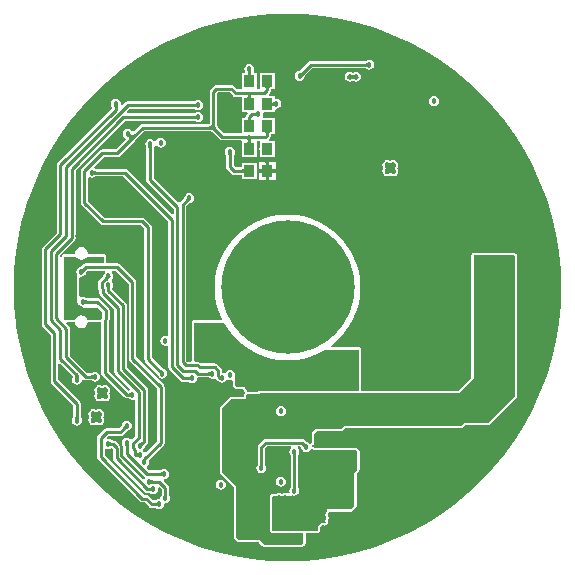
<source format=gbr>
G04 Layer_Physical_Order=1*
G04 Layer_Color=255*
%FSLAX25Y25*%
%MOIN*%
%TF.FileFunction,Copper,L1,Top,Signal*%
%TF.Part,Single*%
G01*
G75*
%TA.AperFunction,SMDPad*%
%ADD10R,0.03661X0.03858*%
%ADD11C,0.01000*%
%TA.AperFunction,ConnectorPad*%
%ADD12C,0.44488*%
%TA.AperFunction,ViaPad*%
%ADD13R,0.00394X0.00394*%
%TA.AperFunction,ViaPad*%
%ADD14O,0.07087X0.04724*%
%TA.AperFunction,ViaPad*%
%ADD15O,0.07874X0.04724*%
%TA.AperFunction,ViaPad*%
%ADD16C,0.01800*%
G36*
X368170Y399774D02*
X374114Y399188D01*
X380006Y398216D01*
X385823Y396860D01*
X391538Y395126D01*
X397128Y393022D01*
X402568Y390557D01*
X407835Y387742D01*
X412907Y384588D01*
X417762Y381109D01*
X422378Y377320D01*
X426737Y373237D01*
X430820Y368878D01*
X434569Y364310D01*
X434609Y364262D01*
X438088Y359407D01*
X441242Y354335D01*
X444057Y349068D01*
X446522Y343628D01*
X448626Y338038D01*
X450359Y332323D01*
X451716Y326506D01*
X452689Y320614D01*
X453274Y314670D01*
X453469Y308701D01*
X453274Y302731D01*
X452689Y296788D01*
X451716Y290895D01*
X450359Y285079D01*
X448626Y279363D01*
X446522Y273774D01*
X444057Y268334D01*
X441242Y263067D01*
X438088Y257995D01*
X434609Y253140D01*
X430820Y248523D01*
X426737Y244164D01*
X422378Y240081D01*
X417762Y236293D01*
X412907Y232814D01*
X410000Y231006D01*
X407835Y229660D01*
X402568Y226845D01*
X397128Y224380D01*
X391538Y222276D01*
X385823Y220542D01*
X380006Y219186D01*
X374114Y218213D01*
X368170Y217628D01*
X364859Y217519D01*
X362201Y217432D01*
X356231Y217628D01*
X350288Y218213D01*
X344395Y219186D01*
X338579Y220542D01*
X332863Y222276D01*
X327274Y224380D01*
X321834Y226845D01*
X316566Y229660D01*
X311495Y232814D01*
X306640Y236293D01*
X302023Y240081D01*
X297664Y244164D01*
X293581Y248523D01*
X289793Y253140D01*
X286314Y257995D01*
X283160Y263067D01*
X280345Y268334D01*
X277880Y273774D01*
X275776Y279363D01*
X274673Y283000D01*
X274242Y284419D01*
X274042Y285079D01*
X272686Y290895D01*
X271864Y295876D01*
X271713Y296788D01*
X271128Y302731D01*
X270932Y308701D01*
X271128Y314670D01*
X271713Y320614D01*
X272686Y326506D01*
X273185Y328646D01*
X273823Y331382D01*
D01*
X274042Y332323D01*
X274703Y334500D01*
X275776Y338038D01*
X275950Y338500D01*
D01*
X277880Y343628D01*
X280345Y349068D01*
X283160Y354335D01*
X286314Y359407D01*
X289793Y364262D01*
X293581Y368878D01*
X297664Y373237D01*
X302023Y377320D01*
X306640Y381109D01*
X311495Y384588D01*
X316566Y387742D01*
X321834Y390557D01*
X327274Y393022D01*
X332863Y395126D01*
X338579Y396860D01*
X344395Y398216D01*
X350288Y399188D01*
X356231Y399774D01*
X362201Y399969D01*
X368170Y399774D01*
D02*
G37*
%LPC*%
G36*
X299500Y268182D02*
X298856Y268054D01*
X298563Y267858D01*
X298500Y267832D01*
X298437Y267858D01*
X298144Y268054D01*
X297500Y268182D01*
X296856Y268054D01*
X296730Y267970D01*
X296730Y267970D01*
X296310Y267690D01*
X295946Y267144D01*
X295818Y266500D01*
X295946Y265856D01*
X296142Y265563D01*
X296168Y265500D01*
X296142Y265437D01*
X295946Y265144D01*
X295818Y264500D01*
X295946Y263856D01*
X296030Y263730D01*
X296030Y263730D01*
X296310Y263310D01*
X296856Y262946D01*
X297500Y262818D01*
X298144Y262946D01*
X298437Y263142D01*
X298500Y263168D01*
X298563Y263142D01*
X298856Y262946D01*
X299500Y262818D01*
X300144Y262946D01*
X300270Y263030D01*
X300270Y263030D01*
X300690Y263310D01*
X301054Y263856D01*
X301182Y264500D01*
X301054Y265144D01*
X300858Y265437D01*
X300832Y265500D01*
X300858Y265563D01*
X301054Y265856D01*
X301182Y266500D01*
X301054Y267144D01*
X300970Y267270D01*
X300970Y267270D01*
X300690Y267690D01*
X300144Y268054D01*
X299649Y268153D01*
X299500Y268182D01*
D02*
G37*
G36*
X411000Y372509D02*
X410356Y372381D01*
X409810Y372016D01*
X409446Y371471D01*
X409318Y370827D01*
X409446Y370183D01*
X409810Y369637D01*
X410356Y369272D01*
X411000Y369145D01*
X411644Y369272D01*
X412190Y369637D01*
X412554Y370183D01*
X412682Y370827D01*
X412554Y371471D01*
X412190Y372016D01*
X411644Y372381D01*
X411000Y372509D01*
D02*
G37*
G36*
X301500Y276182D02*
X300856Y276054D01*
X300563Y275858D01*
X300500Y275832D01*
X300437Y275858D01*
X300144Y276054D01*
X299500Y276182D01*
X298856Y276054D01*
X298730Y275970D01*
X298730Y275970D01*
X298310Y275690D01*
X297946Y275144D01*
X297818Y274500D01*
X297946Y273856D01*
X298142Y273563D01*
X298168Y273500D01*
X298142Y273437D01*
X297946Y273144D01*
X297818Y272500D01*
X297946Y271856D01*
X298030Y271730D01*
X298030Y271730D01*
X298310Y271310D01*
X298856Y270946D01*
X299500Y270818D01*
X300144Y270946D01*
X300437Y271142D01*
X300500Y271168D01*
X300563Y271142D01*
X300856Y270946D01*
X301500Y270818D01*
X302144Y270946D01*
X302270Y271030D01*
X302270Y271030D01*
X302690Y271310D01*
X303054Y271856D01*
X303182Y272500D01*
X303054Y273144D01*
X302858Y273437D01*
X302832Y273500D01*
X302858Y273563D01*
X303054Y273856D01*
X303182Y274500D01*
X303054Y275144D01*
X302970Y275270D01*
X302970Y275270D01*
X302690Y275690D01*
X302144Y276054D01*
X301649Y276153D01*
X301500Y276182D01*
D02*
G37*
G36*
X305000Y371682D02*
X304356Y371554D01*
X303810Y371190D01*
X303446Y370644D01*
X303318Y370000D01*
X303446Y369356D01*
X303721Y368943D01*
X303726Y368892D01*
Y368528D01*
X299236Y364038D01*
X294736Y359538D01*
X290198Y355000D01*
X285599Y350401D01*
X285322Y349988D01*
X285226Y349500D01*
Y338000D01*
Y330907D01*
Y330500D01*
Y326978D01*
X280599Y322351D01*
X280323Y321937D01*
X280225Y321450D01*
Y296500D01*
X280323Y296012D01*
X280599Y295599D01*
X283225Y292972D01*
Y291000D01*
Y283000D01*
Y277500D01*
X283323Y277012D01*
X283599Y276599D01*
X290725Y269472D01*
Y265413D01*
X290723Y265385D01*
X290446Y264971D01*
X290318Y264327D01*
X290446Y263683D01*
X290810Y263137D01*
X291356Y262772D01*
X292000Y262644D01*
X292644Y262772D01*
X293190Y263137D01*
X293554Y263683D01*
X293682Y264327D01*
X293554Y264971D01*
X293279Y265383D01*
X293274Y265435D01*
Y270000D01*
X293178Y270488D01*
X292901Y270901D01*
X285774Y278028D01*
Y283254D01*
X286236Y283446D01*
X290683Y278999D01*
X290446Y278644D01*
X290318Y278000D01*
X290446Y277356D01*
X290810Y276810D01*
X291356Y276446D01*
X292000Y276318D01*
X292644Y276446D01*
X293190Y276810D01*
X293554Y277356D01*
X293644Y277806D01*
X293808Y277922D01*
X294109Y278028D01*
X294160Y278031D01*
X294472Y277822D01*
X294959Y277726D01*
X296914D01*
X296942Y277723D01*
X297356Y277446D01*
X298000Y277318D01*
X298644Y277446D01*
X299190Y277810D01*
X299554Y278356D01*
X299682Y279000D01*
X299554Y279644D01*
X299190Y280190D01*
X298644Y280554D01*
X298000Y280682D01*
X297356Y280554D01*
X296943Y280278D01*
X296892Y280275D01*
X295487D01*
X292762Y283000D01*
X289774Y285987D01*
Y291000D01*
Y294975D01*
X289678Y295463D01*
X289401Y295876D01*
X288504Y296773D01*
X288695Y297235D01*
X291289D01*
X291437Y296493D01*
X291907Y295789D01*
X292611Y295318D01*
X293441Y295153D01*
X294271Y295318D01*
X294543Y295500D01*
X294669Y295584D01*
D01*
X294975Y295789D01*
X295445Y296493D01*
X295593Y297235D01*
X300076D01*
Y295500D01*
Y283000D01*
Y280348D01*
X300172Y279860D01*
X300449Y279446D01*
X307796Y272099D01*
X308210Y271823D01*
X308698Y271726D01*
X309414D01*
X309442Y271723D01*
X309856Y271446D01*
X310500Y271318D01*
X310876Y271392D01*
X311375Y271045D01*
Y259219D01*
X310303Y258146D01*
X309863Y258190D01*
X309317Y258554D01*
X308673Y258682D01*
X308029Y258554D01*
X307484Y258190D01*
X307119Y257644D01*
X306991Y257000D01*
X307119Y256356D01*
X307395Y255943D01*
X307399Y255892D01*
Y253286D01*
X307496Y252799D01*
X307772Y252385D01*
X314544Y245613D01*
X314565Y245587D01*
X314734Y245315D01*
X314489Y244852D01*
X313999Y244763D01*
X306524Y252237D01*
Y255250D01*
X306428Y255738D01*
X306151Y256151D01*
X304901Y257401D01*
X304488Y257678D01*
X304000Y257774D01*
X303587D01*
X303558Y257777D01*
X303144Y258054D01*
X302500Y258182D01*
X302115Y258106D01*
X301869Y258567D01*
X302528Y259226D01*
X306500D01*
X306988Y259323D01*
X307401Y259599D01*
X308806Y261004D01*
X308828Y261022D01*
X309317Y261119D01*
X309863Y261484D01*
X310227Y262029D01*
X310356Y262673D01*
X310227Y263317D01*
X309863Y263863D01*
X309317Y264228D01*
X308673Y264356D01*
X308029Y264228D01*
X307484Y263863D01*
X307119Y263317D01*
X307022Y262830D01*
X306989Y262791D01*
X305972Y261774D01*
X302000D01*
X301512Y261678D01*
X301099Y261401D01*
X299099Y259401D01*
X298822Y258988D01*
X298726Y258500D01*
Y252198D01*
X298822Y251710D01*
X299099Y251296D01*
X312946Y237449D01*
X313360Y237173D01*
X313848Y237075D01*
X314622D01*
X316099Y235599D01*
X316512Y235322D01*
X317000Y235226D01*
X318413D01*
X318442Y235223D01*
X318856Y234946D01*
X319500Y234818D01*
X320144Y234946D01*
X320690Y235310D01*
X321054Y235856D01*
X321182Y236500D01*
X321500Y236818D01*
X322144Y236946D01*
X322690Y237310D01*
X323054Y237856D01*
X323182Y238500D01*
X323054Y239144D01*
X322779Y239557D01*
X322775Y239608D01*
Y242000D01*
X322677Y242488D01*
X322401Y242901D01*
X320963Y244339D01*
X320969Y244412D01*
X321160Y244849D01*
X321644Y244946D01*
X322190Y245310D01*
X322554Y245856D01*
X322682Y246500D01*
X322554Y247144D01*
X322190Y247690D01*
X321644Y248054D01*
X321000Y248182D01*
X320356Y248054D01*
X319943Y247779D01*
X319892Y247775D01*
X315987D01*
X315263Y248499D01*
X315371Y249098D01*
X315690Y249310D01*
X316054Y249856D01*
X316182Y250500D01*
X316054Y251144D01*
X316027Y251184D01*
X320901Y256058D01*
X321178Y256472D01*
X321274Y256960D01*
Y275500D01*
X321178Y275988D01*
X320901Y276401D01*
X311774Y285528D01*
Y306500D01*
Y310500D01*
X311678Y310988D01*
X311401Y311401D01*
X306401Y316401D01*
X305988Y316677D01*
X305500Y316775D01*
X301765D01*
Y319000D01*
X301707Y319293D01*
X301541Y319541D01*
X301293Y319707D01*
X301000Y319765D01*
X296224D01*
X296125Y319745D01*
X296068Y319749D01*
X296053Y319748D01*
X296038Y319751D01*
X295611Y320079D01*
X295445Y320909D01*
X294975Y321613D01*
X294271Y322083D01*
X293441Y322248D01*
X292611Y322083D01*
X291907Y321613D01*
X291437Y320909D01*
X291271Y320079D01*
X291014Y319765D01*
X287625D01*
X287332Y319707D01*
X287084Y319541D01*
X286918Y319293D01*
X286860Y319000D01*
Y317712D01*
X286818Y317500D01*
X286860Y317288D01*
Y315712D01*
X286818Y315500D01*
X286860Y315288D01*
Y313712D01*
X286818Y313500D01*
X286860Y313288D01*
Y311712D01*
X286818Y311500D01*
X286860Y311288D01*
Y309712D01*
X286818Y309500D01*
X286860Y309288D01*
Y307712D01*
X286818Y307500D01*
X286860Y307288D01*
Y306500D01*
Y305212D01*
X286818Y305000D01*
X286860Y304788D01*
Y303212D01*
X286818Y303000D01*
X286860Y302788D01*
Y301212D01*
X286818Y301000D01*
X286860Y300788D01*
Y299644D01*
X286360Y299369D01*
X286282Y299419D01*
X286275Y299438D01*
Y306500D01*
Y319472D01*
X291242Y324440D01*
X291518Y324853D01*
X291615Y325341D01*
Y328718D01*
Y329000D01*
Y337472D01*
Y338000D01*
Y347803D01*
X308038Y364226D01*
X331437D01*
X331442Y364223D01*
D01*
X331718Y364038D01*
X331856Y363946D01*
X332500Y363818D01*
X333144Y363946D01*
X333690Y364310D01*
X333816Y364500D01*
X334054Y364856D01*
X334182Y365500D01*
X334054Y366144D01*
X333690Y366690D01*
X333144Y367054D01*
X332500Y367182D01*
X331856Y367054D01*
X331437Y366775D01*
X308730D01*
X308539Y367236D01*
X309528Y368226D01*
X331414D01*
X331442Y368223D01*
X331856Y367946D01*
X332500Y367818D01*
X333144Y367946D01*
X333690Y368310D01*
X334054Y368856D01*
X334182Y369500D01*
X334054Y370144D01*
X333690Y370690D01*
X333144Y371054D01*
X332500Y371182D01*
X331856Y371054D01*
X331443Y370778D01*
X331392Y370775D01*
X309000D01*
X308512Y370677D01*
X308099Y370401D01*
X307067Y369369D01*
X306606Y369615D01*
X306682Y370000D01*
X306554Y370644D01*
X306190Y371190D01*
X305644Y371554D01*
X305000Y371682D01*
D02*
G37*
G36*
X354931Y346900D02*
X352701D01*
Y344571D01*
X354931D01*
Y346900D01*
D02*
G37*
G36*
X358362D02*
X356132D01*
Y344571D01*
X358362D01*
Y346900D01*
D02*
G37*
G36*
X343000Y355682D02*
X342356Y355554D01*
X341810Y355190D01*
X341446Y354644D01*
X341318Y354000D01*
X341446Y353356D01*
X341722Y352943D01*
X341724Y352913D01*
X341725Y352892D01*
Y349000D01*
X341823Y348512D01*
X342099Y348099D01*
X343599Y346599D01*
X344012Y346322D01*
X344500Y346226D01*
X346864D01*
X346888Y346223D01*
Y344821D01*
X352049D01*
Y350179D01*
X346888D01*
Y348777D01*
X346864Y348775D01*
X345028D01*
X344274Y349528D01*
Y352913D01*
D01*
X344277Y352942D01*
X344554Y353356D01*
X344682Y354000D01*
X344554Y354644D01*
X344190Y355190D01*
X343644Y355554D01*
X343000Y355682D01*
D02*
G37*
G36*
X340000Y244682D02*
X339356Y244554D01*
X338810Y244190D01*
X338446Y243644D01*
X338318Y243000D01*
X338446Y242356D01*
X338810Y241810D01*
X339356Y241446D01*
X340000Y241318D01*
X340644Y241446D01*
X341190Y241810D01*
X341554Y242356D01*
X341682Y243000D01*
X341554Y243644D01*
X341190Y244190D01*
X340644Y244554D01*
X340000Y244682D01*
D02*
G37*
G36*
X397500Y351182D02*
X396856Y351054D01*
X396563Y350858D01*
X396500Y350832D01*
X396437Y350858D01*
X396144Y351054D01*
X395500Y351182D01*
X394856Y351054D01*
X394730Y350970D01*
X394730Y350970D01*
X394310Y350690D01*
X393946Y350144D01*
X393818Y349500D01*
X393946Y348856D01*
X394142Y348563D01*
X394168Y348500D01*
X394142Y348437D01*
X393946Y348144D01*
X393818Y347500D01*
X393946Y346856D01*
X394030Y346730D01*
X394030Y346730D01*
X394310Y346310D01*
X394856Y345946D01*
X395500Y345818D01*
X396144Y345946D01*
X396437Y346142D01*
X396500Y346168D01*
X396563Y346142D01*
X396856Y345946D01*
X397500Y345818D01*
X398144Y345946D01*
X398270Y346030D01*
X398270Y346030D01*
X398690Y346310D01*
X399054Y346856D01*
X399182Y347500D01*
X399054Y348144D01*
X398858Y348437D01*
X398832Y348500D01*
X398858Y348563D01*
X399054Y348856D01*
X399182Y349500D01*
X399054Y350144D01*
X399036Y350171D01*
X398970Y350270D01*
D01*
D01*
X398970Y350270D01*
X398690Y350690D01*
X398144Y351054D01*
X397649Y351153D01*
X397500Y351182D01*
D02*
G37*
G36*
X385000Y380682D02*
X384356Y380554D01*
X384063Y380358D01*
X384000Y380332D01*
X383937Y380358D01*
X383644Y380554D01*
X383000Y380682D01*
X382356Y380554D01*
X382230Y380470D01*
X382230Y380470D01*
X381810Y380190D01*
X381446Y379644D01*
X381318Y379000D01*
X381446Y378356D01*
X381530Y378230D01*
X381530Y378230D01*
X381810Y377810D01*
X382356Y377446D01*
X383000Y377318D01*
X383644Y377446D01*
X383937Y377642D01*
X384000Y377668D01*
X384063Y377642D01*
X384356Y377446D01*
X385000Y377318D01*
X385644Y377446D01*
X385770Y377530D01*
X385770Y377530D01*
X386190Y377810D01*
X386554Y378356D01*
X386682Y379000D01*
X386554Y379644D01*
X386470Y379770D01*
X386470Y379770D01*
X386190Y380190D01*
X385644Y380554D01*
X385149Y380653D01*
X385000Y380682D01*
D02*
G37*
G36*
X389500Y384682D02*
X388856Y384554D01*
X388443Y384278D01*
X388392Y384275D01*
X370000D01*
X369512Y384177D01*
X369099Y383901D01*
X366091Y380894D01*
X366070Y380876D01*
X365581Y380779D01*
X365035Y380414D01*
X364670Y379868D01*
X364542Y379224D01*
X364670Y378581D01*
X365035Y378035D01*
X365581Y377670D01*
X366224Y377542D01*
X366868Y377670D01*
X367414Y378035D01*
X367779Y378581D01*
X367876Y379067D01*
X367909Y379107D01*
X370528Y381726D01*
X388414D01*
X388442Y381723D01*
X388856Y381446D01*
X389500Y381318D01*
X390144Y381446D01*
X390690Y381810D01*
X391054Y382356D01*
X391182Y383000D01*
X391054Y383644D01*
X390690Y384190D01*
X390144Y384554D01*
X389500Y384682D01*
D02*
G37*
G36*
X358362Y350429D02*
X356132D01*
Y348100D01*
X358362D01*
Y350429D01*
D02*
G37*
G36*
X349500Y383182D02*
X348856Y383054D01*
X348310Y382690D01*
X347946Y382144D01*
X347818Y381500D01*
X347946Y380856D01*
X348064Y380679D01*
X347797Y380179D01*
X346888D01*
X346888Y374821D01*
X346407Y374775D01*
X345528D01*
X344401Y375901D01*
X343988Y376178D01*
X343500Y376274D01*
X338500D01*
X338012Y376178D01*
X337599Y375901D01*
X336599Y374901D01*
X336322Y374488D01*
X336226Y374000D01*
Y363378D01*
X336217Y363328D01*
X336206Y363295D01*
X336172Y363283D01*
X336122Y363275D01*
X314000D01*
X313512Y363177D01*
X313099Y362901D01*
X310995Y360797D01*
X310386Y360896D01*
X310190Y361190D01*
X309644Y361554D01*
X309000Y361682D01*
X308356Y361554D01*
X307810Y361190D01*
X307446Y360644D01*
X307318Y360000D01*
X307446Y359356D01*
X307810Y358810D01*
X308104Y358614D01*
X308203Y358005D01*
X304972Y354774D01*
X300460D01*
X299972Y354678D01*
X299558Y354401D01*
X293599Y348442D01*
X293322Y348028D01*
X293226Y347540D01*
Y338000D01*
Y337000D01*
X293322Y336512D01*
X293599Y336099D01*
X299849Y329849D01*
X300262Y329573D01*
X300750Y329475D01*
X313247D01*
X314475Y328247D01*
Y284775D01*
X314573Y284287D01*
X314849Y283874D01*
X318830Y279892D01*
X318848Y279870D01*
X318946Y279381D01*
X319310Y278836D01*
X319856Y278471D01*
X320500Y278343D01*
X321144Y278471D01*
X321690Y278836D01*
X322054Y279381D01*
X322182Y280025D01*
X322054Y280669D01*
X321690Y281215D01*
X321144Y281579D01*
X320657Y281676D01*
X320618Y281710D01*
X317024Y285303D01*
Y328775D01*
X316928Y329263D01*
X316651Y329676D01*
X314676Y331651D01*
X314263Y331927D01*
X313775Y332025D01*
X301278D01*
X295775Y337528D01*
Y345233D01*
X296274Y345500D01*
X296356Y345446D01*
X297000Y345318D01*
X297644Y345446D01*
X298057Y345722D01*
X298108Y345725D01*
X307472D01*
X322476Y330722D01*
Y292888D01*
X321975Y292588D01*
X321500Y292682D01*
X320856Y292554D01*
X320310Y292190D01*
X319946Y291644D01*
X319818Y291000D01*
X319946Y290356D01*
X320310Y289810D01*
X320856Y289446D01*
X321500Y289318D01*
X321975Y289412D01*
X322476Y289112D01*
Y282250D01*
X322572Y281762D01*
X322849Y281349D01*
X326599Y277599D01*
X327012Y277323D01*
X327500Y277225D01*
X329414D01*
X329442Y277223D01*
X329856Y276946D01*
X330500Y276818D01*
X331144Y276946D01*
X331690Y277310D01*
X332054Y277856D01*
X332182Y278500D01*
X332647Y278726D01*
X335913D01*
X335942Y278723D01*
X336356Y278446D01*
X337000Y278318D01*
X337644Y278446D01*
X337677Y278468D01*
X338141Y278362D01*
X338160Y278341D01*
X338249Y278208D01*
X338748Y277709D01*
X339161Y277433D01*
X339197Y277426D01*
X339200Y277421D01*
X339746Y277056D01*
X340390Y276928D01*
X341034Y277056D01*
X341579Y277421D01*
X341784Y277727D01*
X342356Y277946D01*
X343000Y277818D01*
X343418Y277901D01*
X343918Y277573D01*
Y276318D01*
X343976Y276025D01*
X344142Y275777D01*
X344959Y274959D01*
X345207Y274794D01*
X345500Y274735D01*
X346275D01*
X346349Y274750D01*
X346424D01*
X346494Y274779D01*
X346568Y274794D01*
X346617Y274827D01*
X347000Y274903D01*
X347383Y274827D01*
X347432Y274794D01*
X347449Y274790D01*
X347459Y274776D01*
X347522Y274734D01*
X347575Y274680D01*
X347638Y274638D01*
X347834Y274345D01*
X347932Y273851D01*
X347961Y273781D01*
X347976Y273707D01*
X348018Y273645D01*
X348032Y273611D01*
X347976Y273528D01*
X347974Y273520D01*
X347970Y273513D01*
X347789Y273048D01*
X347779Y272991D01*
X347755Y272938D01*
X347754Y272930D01*
X347752Y272846D01*
X347735Y272764D01*
Y272265D01*
X343500D01*
X343207Y272206D01*
X342959Y272041D01*
X339959Y269041D01*
X339793Y268793D01*
X339735Y268500D01*
Y264000D01*
Y256401D01*
Y253500D01*
X339735Y253500D01*
X339735Y253500D01*
Y246914D01*
X339735Y246914D01*
X339793Y246622D01*
X339959Y246374D01*
X344235Y242097D01*
Y235500D01*
Y228000D01*
X344235Y228000D01*
Y225575D01*
X344250Y225502D01*
X344250Y225427D01*
X344279Y225357D01*
X344293Y225283D01*
X344296Y225279D01*
X344346Y225158D01*
X344347Y225154D01*
X344388Y225092D01*
X344417Y225022D01*
X344471Y224969D01*
X344513Y224906D01*
X345349Y224069D01*
X345349Y224069D01*
X345354Y224065D01*
X345363Y224058D01*
X345363Y224058D01*
X345398Y224024D01*
X345450Y223989D01*
X345469Y223970D01*
X345479Y223963D01*
X345495Y223957D01*
X345560Y223901D01*
X345599Y223878D01*
X345634Y223867D01*
X345646Y223858D01*
X345654Y223857D01*
X345685Y223836D01*
X345718Y223822D01*
X345718Y223822D01*
X345788Y223794D01*
X345860Y223779D01*
X345860Y223779D01*
X345861Y223779D01*
X345862D01*
X345865Y223778D01*
X345938Y223749D01*
X345938Y223749D01*
X346010Y223749D01*
X346081Y223735D01*
X352662D01*
X352662Y223735D01*
X352662Y223735D01*
X352662D01*
X352662Y223735D01*
X352674Y223724D01*
X352736Y223682D01*
X353849Y222569D01*
X353850Y222569D01*
X353903Y222516D01*
X353965Y222474D01*
X354019Y222421D01*
X354020Y222420D01*
X354081Y222395D01*
X354081Y222395D01*
X354089Y222391D01*
X354151Y222350D01*
X354151D01*
X354151Y222350D01*
X354212Y222325D01*
X354212Y222325D01*
X354212Y222325D01*
X354285Y222295D01*
X354356Y222280D01*
X354423Y222252D01*
X354426Y222252D01*
X354503Y222251D01*
X354504Y222251D01*
X354506Y222250D01*
X354509D01*
X354580Y222236D01*
X354653Y222236D01*
X354653Y222236D01*
X354656Y222235D01*
X366958D01*
X367032Y222250D01*
X367107Y222250D01*
X367177Y222264D01*
X367246Y222293D01*
X367251Y222293D01*
X367254Y222296D01*
X367375Y222346D01*
X367379Y222347D01*
X367383Y222349D01*
X367385Y222350D01*
X367452Y222378D01*
X367511Y222417D01*
X367514Y222421D01*
X367565Y222471D01*
X367627Y222513D01*
X367987Y222873D01*
X368029Y222935D01*
X368083Y222989D01*
X368122Y223048D01*
X368151Y223117D01*
X368153Y223121D01*
X368154Y223125D01*
X368204Y223246D01*
X368207Y223249D01*
X368207Y223254D01*
X368236Y223323D01*
X368250Y223393D01*
Y223468D01*
X368265Y223542D01*
Y226684D01*
X368307Y226735D01*
X372184D01*
X372477Y226794D01*
X372564Y226852D01*
X372650Y226887D01*
X372650Y226887D01*
X372650Y226887D01*
X372715Y226953D01*
X372725Y226959D01*
X372732Y226969D01*
X372861Y227098D01*
X372861Y227098D01*
X372861Y227098D01*
X372930Y227264D01*
X372942Y227283D01*
X372946Y227304D01*
X372975Y227374D01*
Y227374D01*
X372975Y227374D01*
X372985Y227426D01*
Y227502D01*
X373000Y227575D01*
Y228425D01*
Y228500D01*
X373024Y228511D01*
X373069Y228587D01*
X373113Y228710D01*
X373163Y228831D01*
X373166Y228845D01*
X373362Y229138D01*
X373655Y229334D01*
X374000Y229403D01*
X374382Y229327D01*
X374384D01*
X374385Y229326D01*
X374533Y229327D01*
X374680D01*
X374682Y229327D01*
X374683Y229327D01*
X374820Y229384D01*
X374956Y229441D01*
X374957Y229442D01*
X374959Y229443D01*
X375373Y229722D01*
X375477Y229827D01*
X375582Y229931D01*
X375582Y229933D01*
X375583Y229934D01*
X375640Y230071D01*
X375696Y230207D01*
Y230209D01*
X375696Y230210D01*
X375696Y230358D01*
Y230505D01*
X375597Y231000D01*
X375666Y231345D01*
X375819Y231575D01*
X375934Y231851D01*
Y232149D01*
X375819Y232425D01*
X375666Y232655D01*
X375597Y233000D01*
X375666Y233345D01*
X375862Y233638D01*
X375925Y233681D01*
X375978Y233734D01*
X376041Y233776D01*
X376083Y233838D01*
X376136Y233891D01*
X376165Y233961D01*
X383225D01*
X383518Y234019D01*
X383766Y234185D01*
X385035Y235453D01*
X385200Y235701D01*
X385259Y235994D01*
Y238500D01*
Y246677D01*
X385984Y247403D01*
X386026Y247465D01*
X386079Y247518D01*
X386121Y247581D01*
X386180Y247723D01*
X386235Y247857D01*
X386250Y247931D01*
X386250Y248006D01*
X386265Y248080D01*
Y252000D01*
Y253920D01*
X386250Y253994D01*
X386250Y254069D01*
X386235Y254143D01*
X386185Y254265D01*
X386121Y254419D01*
X386079Y254482D01*
X386026Y254535D01*
X385984Y254597D01*
X385597Y254984D01*
X385535Y255026D01*
X385482Y255079D01*
X385419Y255121D01*
X385277Y255180D01*
X385143Y255235D01*
X385069Y255250D01*
X384994Y255250D01*
X384920Y255265D01*
X382008D01*
X381980Y255276D01*
X381912Y255320D01*
X381844Y255332D01*
X381780Y255359D01*
X381699D01*
X381619Y255374D01*
X381551Y255359D01*
X381481D01*
X381360Y255335D01*
X381352Y255332D01*
X381338Y255316D01*
X373256D01*
X373182Y255301D01*
X373107D01*
X372925Y255265D01*
X371260D01*
X371244Y255268D01*
X371108Y255324D01*
X371032Y255375D01*
X371024Y255378D01*
X371002Y255399D01*
X370941Y255422D01*
X370887Y255459D01*
X370816Y255473D01*
X370815Y255473D01*
X370804Y255475D01*
X370803Y255475D01*
X370724Y255506D01*
X370606Y255526D01*
X370487Y255523D01*
X370443Y255525D01*
X370443Y255525D01*
X370412Y256027D01*
X370457Y256041D01*
X370491Y256059D01*
X370528Y256066D01*
X370621Y256129D01*
X370720Y256182D01*
X370744Y256211D01*
X370776Y256232D01*
X370838Y256326D01*
X370910Y256412D01*
X370921Y256449D01*
X370942Y256480D01*
X370964Y256590D01*
X370996Y256698D01*
X370993Y256736D01*
X371000Y256773D01*
Y259771D01*
Y259846D01*
X372022Y260869D01*
X372500D01*
X372756Y260920D01*
X372925D01*
X373000Y260905D01*
X373020D01*
X373201Y260869D01*
X378352D01*
X378419Y260882D01*
X378487Y260881D01*
X378616Y260904D01*
X378623Y260907D01*
X378630D01*
X378696Y260920D01*
X380195D01*
X380269Y260934D01*
X380344D01*
X380414Y260963D01*
X380488Y260978D01*
X380550Y261020D01*
X380620Y261049D01*
X380673Y261102D01*
X380736Y261144D01*
X380757Y261176D01*
X381195Y261614D01*
X381195Y261614D01*
X381249Y261667D01*
X381261Y261676D01*
X381335Y261706D01*
X381335Y261706D01*
X381336Y261706D01*
X381398Y261732D01*
X381413Y261735D01*
X419920D01*
X419920Y261735D01*
X419920Y261735D01*
X419992Y261750D01*
X420066Y261749D01*
X420066Y261749D01*
X420137Y261779D01*
X420212Y261793D01*
X420212Y261793D01*
X420213Y261794D01*
X420349Y261850D01*
X420411Y261892D01*
X420481Y261920D01*
X420481Y261921D01*
X420535Y261974D01*
X420598Y262016D01*
X421195Y262614D01*
X421195Y262614D01*
X421249Y262667D01*
X421262Y262676D01*
X421335Y262706D01*
X421336Y262706D01*
X421336Y262706D01*
X421398Y262732D01*
X421413Y262735D01*
X428925D01*
X428999Y262750D01*
X429074Y262750D01*
X429143Y262764D01*
X429213Y262793D01*
X429217Y262793D01*
X429221Y262796D01*
X429342Y262846D01*
X429346Y262847D01*
X429350Y262849D01*
X429419Y262878D01*
X429478Y262917D01*
X429531Y262971D01*
X429594Y263013D01*
X438487Y271906D01*
X438529Y271969D01*
X438583Y272022D01*
X438612Y272092D01*
X438653Y272154D01*
X438654Y272158D01*
X438704Y272279D01*
X438706Y272283D01*
X438721Y272357D01*
X438750Y272426D01*
X438750Y272501D01*
X438765Y272575D01*
Y273500D01*
Y319216D01*
X438753Y319272D01*
X438756Y319330D01*
X438725Y319417D01*
X438706Y319508D01*
X438674Y319556D01*
X438655Y319611D01*
X438592Y319679D01*
X438541Y319757D01*
X438493Y319789D01*
X438454Y319831D01*
X438057Y320124D01*
X437973Y320163D01*
X437896Y320215D01*
X437839Y320226D01*
X437787Y320251D01*
X437694Y320255D01*
X437603Y320273D01*
X437566D01*
X437550Y320277D01*
X437523Y320274D01*
X437496Y320279D01*
X437421Y320279D01*
X437347Y320265D01*
X437347D01*
X437347Y320265D01*
X437347Y320265D01*
X424340D01*
X424266Y320250D01*
X424191D01*
X424128Y320237D01*
X424058Y320209D01*
X424047Y320206D01*
X424038Y320200D01*
X423852Y320123D01*
X423641Y319912D01*
X423564Y319727D01*
X423558Y319717D01*
X423556Y319706D01*
X423527Y319637D01*
X423515Y319574D01*
Y319498D01*
X423500Y319425D01*
Y318000D01*
Y278581D01*
X420735Y275817D01*
D01*
X420735Y275817D01*
X420735Y275817D01*
X419183Y274265D01*
X386840D01*
X386765Y274280D01*
Y282000D01*
Y288000D01*
X386706Y288293D01*
X386541Y288541D01*
X386293Y288706D01*
X386000Y288765D01*
X376823D01*
X376671Y289241D01*
X377341Y289716D01*
X379371Y291531D01*
X381185Y293561D01*
X382761Y295782D01*
X384078Y298165D01*
X385120Y300681D01*
X385874Y303297D01*
X386330Y305982D01*
X386483Y308701D01*
X386330Y311420D01*
X385874Y314104D01*
X385120Y316721D01*
X384078Y319236D01*
X383380Y320500D01*
X382761Y321620D01*
X381185Y323840D01*
X379371Y325871D01*
X377341Y327685D01*
X375120Y329261D01*
X372737Y330578D01*
X370221Y331620D01*
X367604Y332374D01*
X364919Y332830D01*
X362201Y332983D01*
X359482Y332830D01*
X356798Y332374D01*
X354181Y331620D01*
X351665Y330578D01*
X349282Y329261D01*
X347061Y327685D01*
X345031Y325871D01*
X343216Y323840D01*
X341640Y321620D01*
X341021Y320500D01*
X340323Y319236D01*
X339281Y316721D01*
X338527Y314104D01*
X338071Y311420D01*
X337918Y308701D01*
X338071Y305982D01*
X338527Y303297D01*
X339281Y300681D01*
X340282Y298265D01*
X340070Y297765D01*
X331000D01*
X330707Y297707D01*
X330459Y297541D01*
X330293Y297293D01*
X330235Y297000D01*
Y294500D01*
Y287000D01*
Y284500D01*
X329860Y284025D01*
X328753D01*
X328524Y284253D01*
Y320500D01*
Y335722D01*
X329633Y336830D01*
X329655Y336848D01*
X330144Y336946D01*
X330690Y337310D01*
X331054Y337856D01*
X331182Y338500D01*
X331054Y339144D01*
X330690Y339690D01*
X330144Y340054D01*
X329500Y340182D01*
X328856Y340054D01*
X328310Y339690D01*
X327946Y339144D01*
X327849Y338657D01*
X327815Y338618D01*
X326349Y337151D01*
X325709Y337093D01*
X317624Y345178D01*
Y355267D01*
X317690Y355310D01*
X318054Y355856D01*
X318083Y355999D01*
X318614Y356105D01*
X318810Y355810D01*
X319356Y355446D01*
X320000Y355318D01*
X320644Y355446D01*
X321190Y355810D01*
X321554Y356356D01*
X321682Y357000D01*
X321554Y357644D01*
X321190Y358190D01*
X320644Y358554D01*
X320000Y358682D01*
X319356Y358554D01*
X318810Y358190D01*
X318446Y357644D01*
X318417Y357501D01*
X317886Y357395D01*
X317690Y357690D01*
X317144Y358054D01*
X316500Y358182D01*
X315856Y358054D01*
X315310Y357690D01*
X314946Y357144D01*
X314818Y356500D01*
X314946Y355856D01*
X315065Y355677D01*
X315075Y355536D01*
Y344650D01*
X315173Y344162D01*
X315449Y343749D01*
X324225Y334972D01*
Y333230D01*
X323764Y333039D01*
X308901Y347901D01*
X308488Y348178D01*
X308000Y348274D01*
X298087D01*
X298058Y348277D01*
X297871Y348402D01*
X297763Y349002D01*
X300987Y352225D01*
X305500D01*
X305988Y352323D01*
X306401Y352599D01*
X311401Y357599D01*
X314528Y360725D01*
X336472D01*
X336567Y360715D01*
X336693Y360691D01*
X336812Y360658D01*
X336927Y360616D01*
X337037Y360565D01*
X337145Y360504D01*
X337251Y360432D01*
X337326Y360372D01*
X339599Y358099D01*
X340012Y357822D01*
X340500Y357726D01*
X346407D01*
X346888Y357679D01*
Y352321D01*
X352049D01*
Y357610D01*
D01*
X352500Y357708D01*
D01*
D01*
X352951Y357610D01*
D01*
X352951Y357225D01*
Y355651D01*
X352946Y355644D01*
X352818Y355000D01*
X352946Y354356D01*
X352951Y354349D01*
Y352321D01*
X358112D01*
Y357679D01*
X356173D01*
X356053Y357864D01*
D01*
X355981Y358179D01*
X356433Y358630D01*
X356709Y359044D01*
X356806Y359531D01*
Y359794D01*
D01*
X356808Y359821D01*
X358112D01*
Y365179D01*
X354203D01*
X353936Y365679D01*
X354054Y365856D01*
X354182Y366500D01*
X354118Y366821D01*
X354491Y367321D01*
X358112D01*
Y368001D01*
X358499Y368318D01*
X358500Y368318D01*
X359144Y368446D01*
X359690Y368810D01*
X360054Y369356D01*
X360182Y370000D01*
X360054Y370644D01*
X359690Y371190D01*
X359144Y371554D01*
X358500Y371682D01*
X358499Y371682D01*
X358112Y371999D01*
Y372679D01*
X356135D01*
X355943Y373141D01*
X356433Y373630D01*
X356709Y374044D01*
X356806Y374532D01*
Y374794D01*
X356808Y374821D01*
X358112D01*
Y380179D01*
X352951D01*
Y374890D01*
X352500Y374792D01*
X352049Y374890D01*
X352049Y375274D01*
Y380179D01*
X351203D01*
X350936Y380679D01*
X351054Y380856D01*
X351182Y381500D01*
X351054Y382144D01*
X350690Y382690D01*
X350144Y383054D01*
X349500Y383182D01*
D02*
G37*
G36*
X354931Y350429D02*
X352701D01*
Y348100D01*
X354931D01*
Y350429D01*
D02*
G37*
%LPD*%
G36*
X292501Y265515D02*
X292521Y265263D01*
X292532Y265195D01*
X292547Y265134D01*
X292564Y265081D01*
X292583Y265036D01*
X292605Y264999D01*
X292630Y264969D01*
X291370D01*
X291395Y264999D01*
X291417Y265036D01*
X291436Y265081D01*
X291453Y265134D01*
X291467Y265195D01*
X291479Y265263D01*
X291495Y265423D01*
X291499Y265515D01*
X291500Y265615D01*
X292500D01*
X292501Y265515D01*
D02*
G37*
G36*
X299845Y267334D02*
X300138Y267138D01*
X300334Y266845D01*
X300403Y266500D01*
X300334Y266155D01*
X300181Y265925D01*
X300181Y265925D01*
X300181Y265925D01*
Y265925D01*
X300171Y265901D01*
X300066Y265649D01*
Y265351D01*
D01*
Y265351D01*
X300161Y265122D01*
X300181Y265075D01*
Y265075D01*
X300181Y265075D01*
X300181Y265075D01*
X300334Y264845D01*
X300403Y264500D01*
X300334Y264155D01*
X300138Y263862D01*
X299845Y263666D01*
X299500Y263597D01*
X299155Y263666D01*
X298925Y263820D01*
X298925Y263820D01*
X298925Y263820D01*
X298925D01*
X298901Y263829D01*
X298649Y263934D01*
X298351D01*
D01*
X298351D01*
X298122Y263839D01*
X298075Y263820D01*
X298075D01*
X298075Y263820D01*
X298075Y263820D01*
X297845Y263666D01*
X297500Y263597D01*
X297155Y263666D01*
X296862Y263862D01*
X296666Y264155D01*
X296597Y264500D01*
X296666Y264845D01*
X296819Y265075D01*
X296819Y265075D01*
X296819Y265075D01*
Y265075D01*
X296829Y265099D01*
X296934Y265351D01*
Y265649D01*
D01*
Y265649D01*
X296839Y265878D01*
X296819Y265925D01*
Y265925D01*
X296819Y265925D01*
X296819Y265925D01*
X296666Y266155D01*
X296597Y266500D01*
X296666Y266845D01*
X296862Y267138D01*
X297155Y267334D01*
X297500Y267403D01*
X297845Y267334D01*
X298075Y267180D01*
X298075Y267180D01*
X298075Y267180D01*
X298075D01*
X298099Y267171D01*
X298351Y267066D01*
X298649D01*
D01*
X298649D01*
X298878Y267161D01*
X298925Y267180D01*
X298925D01*
X298925Y267180D01*
X298925Y267180D01*
X299155Y267334D01*
X299500Y267403D01*
X299845Y267334D01*
D02*
G37*
G36*
X339547Y279422D02*
X339589Y279387D01*
X339629Y279358D01*
X339667Y279336D01*
X339704Y279320D01*
X339738Y279311D01*
X339771Y279308D01*
X339802Y279311D01*
X339831Y279321D01*
X339859Y279337D01*
X339618Y278148D01*
X338796Y278756D01*
X339504Y279463D01*
X339547Y279422D01*
D02*
G37*
G36*
X329857Y277870D02*
X329828Y277895D01*
X329791Y277917D01*
X329746Y277936D01*
X329693Y277953D01*
X329632Y277968D01*
X329564Y277979D01*
X329403Y277995D01*
X329311Y277999D01*
X329212Y278000D01*
Y279000D01*
X329311Y279001D01*
X329564Y279021D01*
X329632Y279032D01*
X329693Y279047D01*
X329746Y279064D01*
X329791Y279083D01*
X329828Y279105D01*
X329857Y279130D01*
Y277870D01*
D02*
G37*
G36*
X292501Y279189D02*
X292521Y278936D01*
X292532Y278868D01*
X292547Y278807D01*
X292564Y278754D01*
X292583Y278709D01*
X292605Y278672D01*
X292630Y278643D01*
X291370D01*
X291395Y278672D01*
X291417Y278709D01*
X291436Y278754D01*
X291453Y278807D01*
X291467Y278868D01*
X291479Y278936D01*
X291495Y279097D01*
X291499Y279189D01*
X291500Y279288D01*
X292500D01*
X292501Y279189D01*
D02*
G37*
G36*
X297357Y278370D02*
X297328Y278395D01*
X297291Y278417D01*
X297246Y278436D01*
X297193Y278453D01*
X297132Y278467D01*
X297064Y278479D01*
X296903Y278495D01*
X296811Y278499D01*
X296712Y278500D01*
Y279500D01*
X296811Y279501D01*
X297064Y279521D01*
X297132Y279533D01*
X297193Y279547D01*
X297246Y279564D01*
X297291Y279583D01*
X297328Y279605D01*
X297357Y279630D01*
Y278370D01*
D02*
G37*
G36*
X437496Y319515D02*
X437496Y319515D01*
X437527Y319508D01*
X437603Y319508D01*
X438000Y319216D01*
Y273500D01*
Y272575D01*
X437998Y272572D01*
X437948Y272451D01*
X437947Y272447D01*
X429053Y263553D01*
X428994Y263514D01*
X428925Y263500D01*
X421413D01*
X421339Y263485D01*
X421264D01*
X421175Y263468D01*
X421043Y263413D01*
X420899Y263353D01*
X420824Y263303D01*
X420771Y263250D01*
X420708Y263208D01*
X420057Y262557D01*
X420056Y262557D01*
X420004Y262535D01*
X420004Y262535D01*
X419920Y262500D01*
X419920Y262500D01*
X381413D01*
X381339Y262485D01*
X381264D01*
X381175Y262468D01*
X381043Y262413D01*
X380899Y262353D01*
X380824Y262303D01*
X380770Y262250D01*
X380708Y262208D01*
X380217Y261717D01*
X380195Y261684D01*
X378620D01*
X378481Y261657D01*
X378352Y261633D01*
X373201D01*
X373149Y261655D01*
X373074Y261670D01*
X372998D01*
X372925Y261684D01*
X372500D01*
Y261633D01*
X372022D01*
X371730Y261575D01*
X371481Y261409D01*
X370459Y260387D01*
X370459Y260387D01*
X370293Y260139D01*
X370235Y259846D01*
Y256773D01*
X369735Y256621D01*
X369690Y256690D01*
X369144Y257054D01*
X368657Y257151D01*
X368618Y257185D01*
X367901Y257901D01*
X367488Y258177D01*
X367000Y258275D01*
X355000D01*
X354512Y258177D01*
X354099Y257901D01*
X352634Y256436D01*
X352599Y256401D01*
X352323Y255988D01*
X352225Y255500D01*
Y249587D01*
X352223Y249558D01*
X351946Y249144D01*
X351818Y248500D01*
X351946Y247856D01*
X352310Y247310D01*
X352856Y246946D01*
X353500Y246818D01*
X354144Y246946D01*
X354690Y247310D01*
X355054Y247856D01*
X355182Y248500D01*
X355054Y249144D01*
X354859Y249436D01*
X354779Y249557D01*
X354774Y249608D01*
D01*
Y254972D01*
X355528Y255726D01*
X363212D01*
X363341Y255301D01*
X363364Y255225D01*
D01*
X363310Y255190D01*
X362946Y254644D01*
X362818Y254000D01*
X362946Y253356D01*
X363222Y252943D01*
X363226Y252892D01*
Y242087D01*
X363223Y242058D01*
X362946Y241644D01*
X362818Y241000D01*
X362908Y240546D01*
D01*
X362911Y240531D01*
X362667Y240130D01*
X362526Y240103D01*
X362513Y240082D01*
X362425D01*
X362176Y240033D01*
X362144Y240054D01*
X362144D01*
X362007Y240081D01*
X361500Y240182D01*
X360856Y240054D01*
X360822Y240031D01*
X360178D01*
X360144Y240054D01*
X359500Y240182D01*
X358856Y240054D01*
X358822Y240031D01*
X357267D01*
X356974Y239973D01*
X356726Y239807D01*
X356459Y239541D01*
X356294Y239293D01*
X356235Y239000D01*
Y235500D01*
Y233500D01*
X356235Y233500D01*
X356235Y233500D01*
Y228000D01*
X356235Y228000D01*
X356294Y227707D01*
X356459Y227459D01*
X356959Y226959D01*
X357207Y226794D01*
X357500Y226735D01*
X367458D01*
X367500Y226684D01*
Y223542D01*
X367486Y223472D01*
X367447Y223413D01*
X367087Y223053D01*
X367028Y223014D01*
X366958Y223000D01*
X354656D01*
X354653Y223001D01*
X354580Y223001D01*
X354578Y223001D01*
X354505Y223031D01*
X354505Y223031D01*
X354505Y223031D01*
X354444Y223057D01*
X354443Y223057D01*
X354390Y223110D01*
X354390Y223110D01*
X353277Y224223D01*
X353215Y224265D01*
X353161Y224318D01*
X353098Y224360D01*
X353088Y224371D01*
X353087Y224371D01*
X353086Y224372D01*
X353018Y224400D01*
X352955Y224442D01*
X352881Y224457D01*
X352812Y224485D01*
X352812Y224485D01*
X352811D01*
X352811Y224485D01*
X352736Y224485D01*
X352662Y224500D01*
X352662D01*
X352662Y224500D01*
X352662Y224500D01*
X346081D01*
X346080Y224500D01*
X346011Y224529D01*
X346010Y224529D01*
X345978Y224542D01*
X345938Y224565D01*
X345904Y224599D01*
X345894Y224606D01*
X345890Y224610D01*
X345890Y224610D01*
X345053Y225447D01*
X345052Y225451D01*
X345003Y225572D01*
X345000Y225575D01*
X345000Y228000D01*
D01*
Y242414D01*
X340500Y246914D01*
Y253500D01*
Y256401D01*
Y264000D01*
Y268500D01*
X343500Y271500D01*
X348500D01*
Y272764D01*
X348502Y272771D01*
X348682Y273235D01*
X352419D01*
X352711Y273293D01*
X352868Y273398D01*
X352884Y273405D01*
X352885Y273405D01*
X352885Y273405D01*
X352885Y273405D01*
X353006Y273486D01*
X353075Y273500D01*
X362420D01*
X362494Y273515D01*
X362494D01*
D01*
X362557D01*
X362631Y273500D01*
X386000D01*
X386293Y273558D01*
X386382Y273618D01*
X386472Y273558D01*
X386765Y273500D01*
X419183D01*
X419327Y273529D01*
X419327Y273529D01*
X419476Y273558D01*
X419724Y273724D01*
X419724Y273724D01*
X421276Y275276D01*
X421276Y275276D01*
X424041Y278041D01*
X424206Y278289D01*
X424265Y278581D01*
Y318000D01*
Y319425D01*
X424277Y319488D01*
X424340Y319500D01*
X437347D01*
X437421Y319515D01*
X437496Y319515D01*
D02*
G37*
G36*
X309857Y272370D02*
X309828Y272395D01*
X309791Y272417D01*
X309746Y272436D01*
X309693Y272453D01*
X309632Y272467D01*
X309564Y272479D01*
X309403Y272495D01*
X309311Y272499D01*
X309212Y272500D01*
Y273500D01*
X309311Y273501D01*
X309564Y273521D01*
X309632Y273533D01*
X309693Y273547D01*
X309746Y273564D01*
X309791Y273583D01*
X309828Y273605D01*
X309857Y273630D01*
Y272370D01*
D02*
G37*
G36*
X301845Y275334D02*
X302138Y275138D01*
X302334Y274845D01*
X302403Y274500D01*
X302334Y274155D01*
X302181Y273925D01*
X302181Y273925D01*
X302181Y273925D01*
Y273925D01*
X302171Y273901D01*
X302066Y273649D01*
Y273351D01*
D01*
Y273351D01*
X302161Y273122D01*
X302181Y273075D01*
Y273075D01*
X302181Y273075D01*
X302181Y273075D01*
X302334Y272845D01*
X302403Y272500D01*
X302334Y272155D01*
X302138Y271862D01*
X301845Y271666D01*
X301500Y271597D01*
X301155Y271666D01*
X300925Y271819D01*
X300925Y271819D01*
X300925Y271819D01*
X300925D01*
X300901Y271829D01*
X300649Y271934D01*
X300351D01*
D01*
X300351D01*
X300122Y271839D01*
X300075Y271819D01*
X300075D01*
X300075Y271819D01*
X300075Y271819D01*
X299845Y271666D01*
X299500Y271597D01*
X299155Y271666D01*
X298862Y271862D01*
X298666Y272155D01*
X298597Y272500D01*
X298666Y272845D01*
X298819Y273075D01*
X298819Y273075D01*
X298819Y273075D01*
Y273075D01*
X298829Y273099D01*
X298934Y273351D01*
Y273649D01*
D01*
Y273649D01*
X298839Y273878D01*
X298819Y273925D01*
Y273925D01*
X298819Y273925D01*
X298819Y273925D01*
X298666Y274155D01*
X298597Y274500D01*
X298666Y274845D01*
X298862Y275138D01*
X299155Y275334D01*
X299500Y275403D01*
X299845Y275334D01*
X300075Y275181D01*
X300075Y275181D01*
X300075Y275181D01*
X300075D01*
X300099Y275171D01*
X300351Y275066D01*
X300649D01*
D01*
X300649D01*
X300878Y275161D01*
X300925Y275181D01*
X300925D01*
X300925Y275181D01*
X300925Y275181D01*
X301155Y275334D01*
X301500Y275403D01*
X301845Y275334D01*
D02*
G37*
G36*
X341640Y295782D02*
X343216Y293561D01*
X345031Y291531D01*
X347061Y289716D01*
X349282Y288140D01*
X351665Y286823D01*
X354181Y285781D01*
X356798Y285027D01*
X359482Y284571D01*
X362201Y284419D01*
X364919Y284571D01*
X367604Y285027D01*
X370221Y285781D01*
X372737Y286823D01*
X374866Y288000D01*
X386000D01*
Y276500D01*
Y274280D01*
X385925Y274265D01*
X362631D01*
X362557Y274279D01*
X362494D01*
X362494Y274279D01*
X362420Y274265D01*
X353000D01*
X352707Y274206D01*
X352459Y274041D01*
X352459Y274041D01*
X352419Y274000D01*
X348682D01*
X348554Y274644D01*
X348190Y275190D01*
X348000Y275316D01*
Y275500D01*
X347725D01*
X347644Y275554D01*
X347000Y275682D01*
X346356Y275554D01*
X346275Y275500D01*
X345500D01*
X344682Y276318D01*
Y279000D01*
X344682Y279500D01*
X344682Y279500D01*
X344554Y280144D01*
X344190Y280690D01*
X343644Y281054D01*
X343000Y281182D01*
X342356Y281054D01*
X341810Y280690D01*
X341446Y280144D01*
X340944Y280182D01*
X340424Y280286D01*
Y280890D01*
X340328Y281378D01*
X340051Y281792D01*
X339150Y282693D01*
X338792Y283051D01*
X338378Y283328D01*
X337891Y283424D01*
X333353D01*
X333126Y283651D01*
X332713Y283927D01*
X332225Y284025D01*
X331475D01*
X331000Y284500D01*
Y287000D01*
Y294500D01*
Y297000D01*
X340967D01*
X341640Y295782D01*
D02*
G37*
G36*
X320357Y245870D02*
X320328Y245895D01*
X320291Y245917D01*
X320246Y245936D01*
X320193Y245953D01*
X320132Y245968D01*
X320064Y245979D01*
X319903Y245995D01*
X319811Y245999D01*
X319712Y246000D01*
Y247000D01*
X319811Y247001D01*
X320064Y247021D01*
X320132Y247032D01*
X320193Y247047D01*
X320246Y247064D01*
X320291Y247083D01*
X320328Y247105D01*
X320357Y247130D01*
Y245870D01*
D02*
G37*
G36*
X316672Y244605D02*
X316709Y244583D01*
X316754Y244564D01*
X316807Y244547D01*
X316868Y244532D01*
X316936Y244521D01*
X317097Y244505D01*
X317189Y244501D01*
X317288Y244500D01*
Y243500D01*
X317189Y243499D01*
X316936Y243479D01*
X316868Y243467D01*
X316807Y243453D01*
X316754Y243436D01*
X316709Y243417D01*
X316672Y243395D01*
X316643Y243370D01*
Y244630D01*
X316672Y244605D01*
D02*
G37*
G36*
X315001Y251422D02*
X315005Y251386D01*
X315012Y251351D01*
X315021Y251318D01*
X315033Y251286D01*
X315047Y251255D01*
X315064Y251225D01*
X315083Y251196D01*
X315105Y251169D01*
X315130Y251143D01*
X313870D01*
X313895Y251169D01*
X313917Y251196D01*
X313936Y251225D01*
X313953Y251255D01*
X313967Y251286D01*
X313979Y251318D01*
X313988Y251351D01*
X313995Y251386D01*
X313999Y251422D01*
X314000Y251460D01*
X315000D01*
X315001Y251422D01*
D02*
G37*
G36*
X354001Y249689D02*
X354021Y249436D01*
X354032Y249368D01*
X354047Y249307D01*
X354064Y249254D01*
X354083Y249209D01*
X354105Y249172D01*
X354130Y249143D01*
X352870D01*
X352895Y249172D01*
X352917Y249209D01*
X352936Y249254D01*
X352953Y249307D01*
X352968Y249368D01*
X352979Y249436D01*
X352995Y249597D01*
X352999Y249689D01*
X353000Y249788D01*
X354000D01*
X354001Y249689D01*
D02*
G37*
G36*
X365001Y242189D02*
X365021Y241936D01*
X365033Y241868D01*
X365047Y241807D01*
X365064Y241754D01*
X365083Y241709D01*
X365105Y241672D01*
X365130Y241643D01*
X363870D01*
X363895Y241672D01*
X363917Y241709D01*
X363936Y241754D01*
X363953Y241807D01*
X363967Y241868D01*
X363979Y241936D01*
X363995Y242097D01*
X363999Y242189D01*
X364000Y242288D01*
X365000D01*
X365001Y242189D01*
D02*
G37*
G36*
X322001Y239689D02*
X322021Y239436D01*
X322032Y239368D01*
X322047Y239307D01*
X322064Y239254D01*
X322083Y239209D01*
X322105Y239172D01*
X322130Y239143D01*
X320870D01*
X320895Y239172D01*
X320917Y239209D01*
X320936Y239254D01*
X320953Y239307D01*
X320968Y239368D01*
X320979Y239436D01*
X320995Y239597D01*
X320999Y239689D01*
X321000Y239788D01*
X322000D01*
X322001Y239689D01*
D02*
G37*
G36*
X318857Y235870D02*
X318828Y235895D01*
X318791Y235917D01*
X318746Y235936D01*
X318693Y235953D01*
X318632Y235967D01*
X318564Y235979D01*
X318403Y235995D01*
X318311Y235999D01*
X318212Y236000D01*
Y237000D01*
X318311Y237001D01*
X318564Y237021D01*
X318632Y237033D01*
X318693Y237047D01*
X318746Y237064D01*
X318791Y237083D01*
X318828Y237105D01*
X318857Y237130D01*
Y235870D01*
D02*
G37*
G36*
X316857Y240870D02*
X316828Y240895D01*
X316791Y240917D01*
X316746Y240936D01*
X316693Y240953D01*
X316632Y240967D01*
X316564Y240979D01*
X316403Y240995D01*
X316311Y240999D01*
X316212Y241000D01*
Y242000D01*
X316311Y242001D01*
X316564Y242021D01*
X316632Y242033D01*
X316693Y242047D01*
X316746Y242064D01*
X316791Y242083D01*
X316828Y242105D01*
X316857Y242130D01*
Y240870D01*
D02*
G37*
G36*
X366830Y255367D02*
X366848Y255345D01*
X366946Y254856D01*
X367310Y254310D01*
X367856Y253946D01*
X368500Y253818D01*
X369144Y253946D01*
X369690Y254310D01*
X369991Y254762D01*
X369993Y254761D01*
X370014Y254760D01*
X370033Y254752D01*
X370162D01*
X370291Y254745D01*
X370318Y254749D01*
X370403Y254762D01*
X370403D01*
X370477Y254772D01*
X370594Y254752D01*
X370608Y254739D01*
X370729Y254658D01*
X370746Y254647D01*
X370939Y254567D01*
X371021Y254532D01*
X371021Y254532D01*
X371021D01*
X371074Y254522D01*
X371110Y254515D01*
X371186Y254515D01*
X371260Y254500D01*
X373000D01*
X373256Y254551D01*
X381338D01*
X381363Y254556D01*
X381389Y254553D01*
X381509Y254585D01*
X381630Y254609D01*
X381743Y254500D01*
X384920D01*
X384994Y254485D01*
X385057Y254443D01*
X385443Y254057D01*
X385485Y253994D01*
X385500Y253920D01*
Y252000D01*
Y248080D01*
X385485Y248006D01*
X385443Y247943D01*
X384557Y247057D01*
D01*
X384494Y247015D01*
D01*
Y235994D01*
X383225Y234725D01*
X375500D01*
Y234316D01*
X375310Y234190D01*
X374946Y233644D01*
X374818Y233000D01*
X374946Y232356D01*
X375184Y232000D01*
X374946Y231644D01*
X374818Y231000D01*
X374946Y230356D01*
X374531Y230077D01*
X374000Y230182D01*
X373356Y230054D01*
X372810Y229690D01*
X372446Y229144D01*
X372413Y228980D01*
X372366Y228901D01*
X372293Y228793D01*
X372290Y228774D01*
X372280Y228757D01*
X372261Y228628D01*
X372235Y228500D01*
Y227575D01*
X372225Y227523D01*
X372184Y227515D01*
Y227500D01*
X357500D01*
X357000Y228000D01*
Y233500D01*
Y234000D01*
Y239000D01*
X357267Y239267D01*
X363227D01*
X363725Y239533D01*
X363856Y239446D01*
X364500Y239318D01*
X365144Y239446D01*
X365690Y239810D01*
X366054Y240356D01*
X366182Y241000D01*
X366054Y241644D01*
X365778Y242057D01*
X365774Y242108D01*
Y252913D01*
X365777Y252942D01*
X366054Y253356D01*
X366182Y254000D01*
X366054Y254644D01*
X365690Y255190D01*
X365636Y255225D01*
X365788Y255726D01*
X366472D01*
X366830Y255367D01*
D02*
G37*
G36*
X303172Y257105D02*
X303209Y257083D01*
X303254Y257064D01*
X303307Y257047D01*
X303368Y257032D01*
X303436Y257021D01*
X303597Y257005D01*
X303689Y257001D01*
X303788Y257000D01*
Y256000D01*
X303689Y255999D01*
X303436Y255979D01*
X303368Y255967D01*
X303307Y255953D01*
X303254Y255936D01*
X303209Y255917D01*
X303172Y255895D01*
X303143Y255870D01*
Y257130D01*
X303172Y257105D01*
D02*
G37*
G36*
X309278Y256328D02*
X309256Y256291D01*
X309237Y256246D01*
X309220Y256193D01*
X309206Y256132D01*
X309194Y256064D01*
X309178Y255903D01*
X309174Y255811D01*
X309173Y255712D01*
X308173D01*
X308172Y255811D01*
X308152Y256064D01*
X308141Y256132D01*
X308126Y256193D01*
X308109Y256246D01*
X308090Y256291D01*
X308068Y256328D01*
X308043Y256357D01*
X309303D01*
X309278Y256328D01*
D02*
G37*
G36*
X308664Y261773D02*
X308626Y261770D01*
X308584Y261759D01*
X308538Y261741D01*
X308489Y261716D01*
X308436Y261683D01*
X308379Y261643D01*
X308255Y261541D01*
X308187Y261478D01*
X308116Y261409D01*
X307409Y262116D01*
X307478Y262187D01*
X307643Y262379D01*
X307683Y262436D01*
X307716Y262489D01*
X307741Y262538D01*
X307759Y262584D01*
X307770Y262626D01*
X307773Y262664D01*
X308664Y261773D01*
D02*
G37*
G36*
X314264Y256557D02*
X314195Y256486D01*
X314030Y256294D01*
X313990Y256237D01*
X313957Y256184D01*
X313932Y256135D01*
X313914Y256089D01*
X313903Y256047D01*
X313900Y256009D01*
X313009Y256900D01*
X313047Y256903D01*
X313089Y256914D01*
X313135Y256932D01*
X313184Y256957D01*
X313237Y256990D01*
X313294Y257030D01*
X313418Y257133D01*
X313486Y257195D01*
X313557Y257264D01*
X314264Y256557D01*
D02*
G37*
G36*
X368014Y256695D02*
X368206Y256530D01*
X368263Y256490D01*
X368316Y256457D01*
X368365Y256432D01*
X368411Y256414D01*
X368453Y256403D01*
X368491Y256400D01*
X367600Y255509D01*
X367597Y255547D01*
X367586Y255589D01*
X367568Y255635D01*
X367543Y255684D01*
X367510Y255737D01*
X367470Y255794D01*
X367367Y255918D01*
X367305Y255986D01*
X367235Y256057D01*
X367943Y256765D01*
X368014Y256695D01*
D02*
G37*
G36*
X365105Y253328D02*
X365083Y253291D01*
X365064Y253246D01*
X365047Y253193D01*
X365033Y253132D01*
X365021Y253064D01*
X365005Y252903D01*
X365001Y252811D01*
X365000Y252712D01*
X364000D01*
X363999Y252811D01*
X363979Y253064D01*
X363967Y253132D01*
X363953Y253193D01*
X363936Y253246D01*
X363917Y253291D01*
X363895Y253328D01*
X363870Y253357D01*
X365130D01*
X365105Y253328D01*
D02*
G37*
G36*
X312357Y252370D02*
X312328Y252395D01*
X312291Y252417D01*
X312246Y252436D01*
X312193Y252453D01*
X312132Y252467D01*
X312064Y252479D01*
X311903Y252495D01*
X311811Y252499D01*
X311712Y252500D01*
Y253500D01*
X311811Y253501D01*
X312064Y253521D01*
X312132Y253533D01*
X312193Y253547D01*
X312246Y253564D01*
X312291Y253583D01*
X312328Y253605D01*
X312357Y253630D01*
Y252370D01*
D02*
G37*
G36*
X303976Y254722D02*
Y251710D01*
X304072Y251222D01*
X304349Y250808D01*
X314558Y240599D01*
X314972Y240322D01*
X315459Y240226D01*
X316413D01*
X316442Y240223D01*
X316856Y239946D01*
X317500Y239818D01*
X318144Y239946D01*
X318690Y240310D01*
X319054Y240856D01*
X319182Y241500D01*
X319106Y241885D01*
X319567Y242131D01*
X320226Y241472D01*
Y239586D01*
X320223Y239558D01*
X319946Y239144D01*
X319818Y238500D01*
X319500Y238182D01*
X318856Y238054D01*
X318443Y237778D01*
X318392Y237774D01*
X317528D01*
X316051Y239251D01*
X315638Y239528D01*
X315150Y239625D01*
X314375D01*
X301274Y252726D01*
Y254733D01*
X301775Y255000D01*
X301856Y254946D01*
X302500Y254818D01*
X303144Y254946D01*
X303508Y255189D01*
X303976Y254722D01*
D02*
G37*
G36*
X309226Y309972D02*
Y306500D01*
Y285000D01*
X309323Y284512D01*
X309599Y284099D01*
X318725Y274972D01*
Y257487D01*
X315002Y253763D01*
X314402Y253871D01*
X314190Y254190D01*
X314099Y254250D01*
Y254750D01*
X314190Y254810D01*
X314554Y255356D01*
X314651Y255843D01*
X314685Y255882D01*
X315301Y256499D01*
X315578Y256912D01*
X315674Y257400D01*
Y274615D01*
X315578Y275103D01*
X315301Y275517D01*
X308675Y282143D01*
Y302725D01*
X308577Y303213D01*
X308301Y303626D01*
X305427Y306500D01*
X303774Y308153D01*
Y308414D01*
D01*
X303777Y308442D01*
X304054Y308856D01*
X304182Y309500D01*
X304054Y310144D01*
X303690Y310690D01*
X303599Y310750D01*
Y311250D01*
X303690Y311310D01*
X304054Y311856D01*
X304182Y312500D01*
X304054Y313144D01*
X303690Y313690D01*
X303636Y313725D01*
X303787Y314226D01*
X304972D01*
X309226Y309972D01*
D02*
G37*
G36*
X331857Y364870D02*
X331828Y364895D01*
X331791Y364917D01*
X331746Y364936D01*
X331693Y364953D01*
X331632Y364967D01*
X331564Y364979D01*
X331403Y364995D01*
X331311Y364999D01*
X331212Y365000D01*
Y366000D01*
X331311Y366001D01*
X331564Y366021D01*
X331632Y366033D01*
X331693Y366047D01*
X331746Y366064D01*
X331791Y366083D01*
X331828Y366105D01*
X331857Y366130D01*
Y364870D01*
D02*
G37*
G36*
X349974Y365225D02*
X349989Y365053D01*
X350013Y364901D01*
X350048Y364770D01*
X350094Y364658D01*
X350149Y364567D01*
X350214Y364496D01*
X350289Y364446D01*
X350374Y364415D01*
X350468Y364405D01*
X348468D01*
X348564Y364415D01*
X348649Y364446D01*
X348724Y364496D01*
X348788Y364567D01*
X348844Y364658D01*
X348888Y364770D01*
X348923Y364901D01*
X348949Y365053D01*
X348963Y365225D01*
X348969Y365417D01*
X349969D01*
X349974Y365225D01*
D02*
G37*
G36*
X305605Y369328D02*
X305583Y369291D01*
X305564Y369246D01*
X305547Y369193D01*
X305533Y369132D01*
X305521Y369064D01*
X305505Y368903D01*
X305501Y368811D01*
X305500Y368712D01*
X304500D01*
X304499Y368811D01*
X304479Y369064D01*
X304468Y369132D01*
X304453Y369193D01*
X304436Y369246D01*
X304417Y369291D01*
X304395Y369328D01*
X304370Y369357D01*
X305630D01*
X305605Y369328D01*
D02*
G37*
G36*
X351857Y365870D02*
X351828Y365895D01*
X351791Y365917D01*
X351746Y365936D01*
X351693Y365953D01*
X351632Y365967D01*
X351564Y365979D01*
X351403Y365995D01*
X351311Y365999D01*
X351212Y366000D01*
Y367000D01*
X351311Y367001D01*
X351564Y367021D01*
X351632Y367033D01*
X351693Y367047D01*
X351746Y367064D01*
X351791Y367083D01*
X351828Y367105D01*
X351857Y367130D01*
Y365870D01*
D02*
G37*
G36*
X309903Y359953D02*
X309914Y359911D01*
X309932Y359865D01*
X309957Y359816D01*
X309990Y359763D01*
X310011Y359733D01*
X310076Y359688D01*
X310217Y359617D01*
X310359Y359575D01*
X310500Y359561D01*
X310641Y359575D01*
X310783Y359617D01*
X310924Y359688D01*
X311066Y359787D01*
X311207Y359914D01*
X310854Y358147D01*
X310146Y357439D01*
X309086Y357793D01*
X309213Y357934D01*
X309312Y358076D01*
X309383Y358217D01*
X309425Y358359D01*
X309439Y358500D01*
X309425Y358641D01*
X309383Y358783D01*
X309312Y358924D01*
X309267Y358989D01*
X309237Y359010D01*
X309184Y359043D01*
X309135Y359068D01*
X309089Y359086D01*
X309047Y359097D01*
X309009Y359100D01*
X309100Y359191D01*
X309086Y359207D01*
X309793Y359914D01*
X309809Y359900D01*
X309900Y359991D01*
X309903Y359953D01*
D02*
G37*
G36*
X356436Y360573D02*
X356351Y360543D01*
X356276Y360493D01*
X356211Y360423D01*
X356156Y360333D01*
X356112Y360223D01*
X356077Y360093D01*
X356051Y359943D01*
X356036Y359773D01*
X356031Y359583D01*
X355031D01*
X355027Y359773D01*
X355012Y359943D01*
X354987Y360093D01*
X354952Y360223D01*
X354907Y360333D01*
X354852Y360423D01*
X354786Y360493D01*
X354712Y360543D01*
X354626Y360573D01*
X354532Y360583D01*
X356532D01*
X356436Y360573D01*
D02*
G37*
G36*
X338000Y363207D02*
X338007Y363010D01*
X338028Y362819D01*
X338064Y362633D01*
X338113Y362454D01*
X338177Y362280D01*
X338255Y362113D01*
X338347Y361951D01*
X338453Y361795D01*
X338573Y361644D01*
X338707Y361500D01*
X338000Y360793D01*
X337856Y360927D01*
X337705Y361047D01*
X337549Y361154D01*
X337387Y361245D01*
X337220Y361323D01*
X337046Y361387D01*
X336866Y361436D01*
X336681Y361472D01*
X336490Y361493D01*
X336293Y361500D01*
X336000Y362500D01*
X336190Y362510D01*
X336360Y362540D01*
X336510Y362590D01*
X336640Y362660D01*
X336750Y362750D01*
X336840Y362860D01*
X336910Y362990D01*
X336960Y363140D01*
X336990Y363310D01*
X337000Y363500D01*
X338000Y363207D01*
D02*
G37*
G36*
X344099Y372599D02*
X344512Y372323D01*
X345000Y372225D01*
X346888D01*
Y367321D01*
X348865D01*
X349057Y366859D01*
X348567Y366370D01*
X348291Y365956D01*
X348194Y365469D01*
Y365203D01*
X348192Y365179D01*
X346888D01*
Y360275D01*
X341028D01*
X339128Y362175D01*
X339068Y362249D01*
X338996Y362355D01*
X338935Y362463D01*
X338884Y362573D01*
X338842Y362688D01*
X338809Y362807D01*
X338785Y362933D01*
X338774Y363028D01*
Y373472D01*
X339028Y373726D01*
X342972D01*
X344099Y372599D01*
D02*
G37*
G36*
X350105Y380828D02*
X350083Y380791D01*
X350064Y380746D01*
X350047Y380693D01*
X350032Y380632D01*
X350021Y380564D01*
X350005Y380403D01*
X350002Y380333D01*
X350005Y380225D01*
X350020Y380053D01*
X350045Y379901D01*
X350080Y379769D01*
X350125Y379658D01*
X350180Y379567D01*
X350245Y379496D01*
X350320Y379446D01*
X350405Y379415D01*
X350500Y379405D01*
X348500D01*
X348595Y379415D01*
X348680Y379446D01*
X348755Y379496D01*
X348820Y379567D01*
X348875Y379658D01*
X348920Y379769D01*
X348955Y379901D01*
X348980Y380053D01*
X348995Y380225D01*
X348998Y380325D01*
X348979Y380564D01*
X348968Y380632D01*
X348953Y380693D01*
X348936Y380746D01*
X348917Y380791D01*
X348895Y380828D01*
X348870Y380857D01*
X350130D01*
X350105Y380828D01*
D02*
G37*
G36*
X367489Y379782D02*
X367419Y379710D01*
X367255Y379518D01*
X367215Y379462D01*
X367182Y379409D01*
X367156Y379359D01*
X367138Y379314D01*
X367128Y379272D01*
X367124Y379233D01*
X366233Y380124D01*
X366272Y380128D01*
X366314Y380138D01*
X366359Y380156D01*
X366408Y380182D01*
X366461Y380215D01*
X366518Y380255D01*
X366643Y380357D01*
X366710Y380419D01*
X366782Y380489D01*
X367489Y379782D01*
D02*
G37*
G36*
X388857Y382370D02*
X388828Y382395D01*
X388791Y382417D01*
X388746Y382436D01*
X388693Y382453D01*
X388632Y382468D01*
X388564Y382479D01*
X388403Y382495D01*
X388311Y382499D01*
X388212Y382500D01*
Y383500D01*
X388311Y383501D01*
X388564Y383521D01*
X388632Y383533D01*
X388693Y383547D01*
X388746Y383564D01*
X388791Y383583D01*
X388828Y383605D01*
X388857Y383630D01*
Y382370D01*
D02*
G37*
G36*
X385345Y379834D02*
X385638Y379638D01*
X385834Y379345D01*
X385903Y379000D01*
X385834Y378655D01*
X385638Y378362D01*
X385345Y378166D01*
X385000Y378097D01*
X384655Y378166D01*
X384425Y378320D01*
X384425Y378320D01*
X384425Y378320D01*
X384425D01*
X384401Y378329D01*
X384149Y378434D01*
X383851D01*
D01*
X383851D01*
X383622Y378339D01*
X383575Y378320D01*
X383575D01*
X383575Y378320D01*
X383575Y378320D01*
X383345Y378166D01*
X383000Y378097D01*
X382655Y378166D01*
X382362Y378362D01*
X382166Y378655D01*
X382097Y379000D01*
X382166Y379345D01*
X382362Y379638D01*
X382655Y379834D01*
X383000Y379903D01*
X383345Y379834D01*
X383575Y379680D01*
X383575Y379680D01*
X383575Y379680D01*
X383575D01*
X383599Y379671D01*
X383851Y379566D01*
X384149D01*
D01*
X384149D01*
X384378Y379661D01*
X384425Y379680D01*
X384425D01*
X384425Y379680D01*
X384425Y379680D01*
X384655Y379834D01*
X385000Y379903D01*
X385345Y379834D01*
D02*
G37*
G36*
X357348Y370905D02*
X357379Y370820D01*
X357429Y370745D01*
X357500Y370680D01*
X357591Y370625D01*
X357702Y370580D01*
X357753Y370567D01*
X357791Y370583D01*
X357828Y370605D01*
X357857Y370630D01*
Y370541D01*
X357986Y370520D01*
X358158Y370505D01*
X358350Y370500D01*
Y369500D01*
X358158Y369495D01*
X357986Y369480D01*
X357857Y369459D01*
Y369370D01*
X357828Y369395D01*
X357791Y369417D01*
X357753Y369433D01*
X357702Y369420D01*
X357591Y369375D01*
X357500Y369320D01*
X357429Y369255D01*
X357379Y369180D01*
X357348Y369095D01*
X357338Y369000D01*
Y369498D01*
X357311Y369499D01*
X357212Y369500D01*
Y370500D01*
X357311Y370501D01*
X357338Y370503D01*
Y371000D01*
X357348Y370905D01*
D02*
G37*
G36*
X331857Y368870D02*
X331828Y368895D01*
X331791Y368917D01*
X331746Y368936D01*
X331693Y368953D01*
X331632Y368968D01*
X331564Y368979D01*
X331403Y368995D01*
X331311Y368999D01*
X331212Y369000D01*
Y370000D01*
X331311Y370001D01*
X331564Y370021D01*
X331632Y370033D01*
X331693Y370047D01*
X331746Y370064D01*
X331791Y370083D01*
X331828Y370105D01*
X331857Y370130D01*
Y368870D01*
D02*
G37*
G36*
X356436Y375573D02*
X356351Y375543D01*
X356276Y375493D01*
X356211Y375423D01*
X356156Y375333D01*
X356112Y375223D01*
X356077Y375093D01*
X356051Y374943D01*
X356036Y374773D01*
X356031Y374583D01*
X355031D01*
X355027Y374773D01*
X355012Y374943D01*
X354987Y375093D01*
X354952Y375223D01*
X354907Y375333D01*
X354852Y375423D01*
X354786Y375493D01*
X354712Y375543D01*
X354626Y375573D01*
X354532Y375583D01*
X356532D01*
X356436Y375573D01*
D02*
G37*
G36*
X349974Y372725D02*
X349989Y372553D01*
X350013Y372401D01*
X350048Y372270D01*
X350094Y372158D01*
X350149Y372067D01*
X350214Y371996D01*
X350289Y371946D01*
X350374Y371915D01*
X350468Y371905D01*
X348468D01*
X348564Y371915D01*
X348649Y371946D01*
X348724Y371996D01*
X348788Y372067D01*
X348844Y372158D01*
X348888Y372270D01*
X348923Y372401D01*
X348949Y372553D01*
X348963Y372725D01*
X348969Y372917D01*
X349969D01*
X349974Y372725D01*
D02*
G37*
G36*
X350969Y358500D02*
X350779Y358490D01*
X350608Y358460D01*
X350459Y358410D01*
X350328Y358340D01*
X350219Y358250D01*
X350129Y358140D01*
X350059Y358010D01*
X350009Y357860D01*
X349978Y357690D01*
X349978Y357676D01*
X349989Y357553D01*
X350013Y357401D01*
X350048Y357270D01*
X350094Y357158D01*
X350149Y357067D01*
X350214Y356996D01*
X350289Y356946D01*
X350374Y356915D01*
X350468Y356905D01*
X348468D01*
X348564Y356915D01*
X348649Y356946D01*
X348724Y356996D01*
X348788Y357067D01*
X348844Y357158D01*
X348888Y357270D01*
X348923Y357401D01*
X348949Y357553D01*
X348959Y357676D01*
X348958Y357690D01*
X348928Y357860D01*
X348879Y358010D01*
X348809Y358140D01*
X348719Y358250D01*
X348608Y358340D01*
X348479Y358410D01*
X348328Y358460D01*
X348159Y358490D01*
X347969Y358500D01*
X349468Y359500D01*
X350969Y358500D01*
D02*
G37*
G36*
X301364Y313725D02*
X301310Y313690D01*
X300946Y313144D01*
X300848Y312650D01*
X300831Y312633D01*
X300708Y312551D01*
X299449Y311292D01*
X299172Y310878D01*
X299076Y310390D01*
Y308610D01*
X299172Y308122D01*
X299449Y307708D01*
X299476Y307681D01*
Y306900D01*
X299572Y306412D01*
X299849Y305999D01*
X304376Y301472D01*
Y280890D01*
X304472Y280403D01*
X304749Y279989D01*
X309737Y275002D01*
X309642Y274476D01*
X309172Y274328D01*
X303116Y280384D01*
X302625Y280875D01*
Y297368D01*
D01*
X302828Y297672D01*
X302924Y298160D01*
Y298513D01*
Y301048D01*
X302828Y301535D01*
X302551Y301949D01*
X299599Y304901D01*
X299185Y305177D01*
X298698Y305275D01*
X295087D01*
X295058Y305277D01*
X294644Y305554D01*
X294000Y305682D01*
X293356Y305554D01*
X293265Y305493D01*
X292765Y305760D01*
Y311954D01*
X293265Y312365D01*
X293500Y312318D01*
X294144Y312446D01*
X294690Y312810D01*
X295054Y313356D01*
X295151Y313843D01*
X295185Y313882D01*
X295528Y314226D01*
X301213D01*
X301364Y313725D01*
D02*
G37*
G36*
X302491Y311600D02*
X302453Y311597D01*
X302413Y311589D01*
X302371Y311574D01*
X302326Y311552D01*
X302278Y311525D01*
X302228Y311492D01*
X302176Y311452D01*
X302063Y311354D01*
X302004Y311297D01*
X301296Y312003D01*
X301355Y312063D01*
X301452Y312176D01*
X301492Y312228D01*
X301525Y312278D01*
X301552Y312326D01*
X301573Y312371D01*
X301589Y312413D01*
X301597Y312453D01*
X301600Y312491D01*
X302491Y311600D01*
D02*
G37*
G36*
X301000Y318925D02*
Y316775D01*
X295000D01*
X294512Y316677D01*
X294247Y316500D01*
X294099Y316401D01*
X293367Y315669D01*
X293345Y315652D01*
X292856Y315554D01*
X292310Y315190D01*
X292000Y314725D01*
X291946Y314644D01*
X291818Y314000D01*
X291946Y313356D01*
X292000Y313275D01*
Y311500D01*
Y304000D01*
X292396Y303604D01*
X292446Y303356D01*
X292810Y302810D01*
X293356Y302446D01*
X293603Y302396D01*
X294000Y302000D01*
X298895D01*
X300376Y300520D01*
Y298651D01*
X300172Y298347D01*
X300103Y298000D01*
X295476D01*
X295445Y298153D01*
X294975Y298857D01*
X294271Y299327D01*
X293441Y299493D01*
X292611Y299327D01*
X291907Y298857D01*
X291437Y298153D01*
X291406Y298000D01*
X287625D01*
Y316710D01*
Y319000D01*
X291602D01*
X291907Y318545D01*
X292611Y318074D01*
X293441Y317909D01*
X294271Y318074D01*
X294975Y318545D01*
X295279Y319000D01*
X295845D01*
X295860Y318999D01*
X295874Y318992D01*
X296008Y318987D01*
X296142Y318976D01*
X296156Y318981D01*
X296172Y318981D01*
X296211Y318995D01*
X296224Y319000D01*
X301000D01*
Y318925D01*
D02*
G37*
G36*
X294764Y314557D02*
X294695Y314486D01*
X294530Y314294D01*
X294490Y314237D01*
X294457Y314184D01*
X294432Y314135D01*
X294414Y314089D01*
X294403Y314047D01*
X294400Y314009D01*
X293509Y314900D01*
X293547Y314903D01*
X293589Y314914D01*
X293635Y314932D01*
X293684Y314957D01*
X293737Y314990D01*
X293794Y315030D01*
X293918Y315133D01*
X293986Y315195D01*
X294057Y315265D01*
X294764Y314557D01*
D02*
G37*
G36*
X320014Y281220D02*
X320206Y281055D01*
X320263Y281015D01*
X320316Y280982D01*
X320365Y280957D01*
X320411Y280939D01*
X320453Y280928D01*
X320491Y280925D01*
X319600Y280034D01*
X319597Y280072D01*
X319586Y280114D01*
X319568Y280160D01*
X319543Y280209D01*
X319510Y280262D01*
X319470Y280319D01*
X319367Y280443D01*
X319305Y280511D01*
X319235Y280583D01*
X319943Y281290D01*
X320014Y281220D01*
D02*
G37*
G36*
X336357Y279370D02*
X336328Y279395D01*
X336291Y279417D01*
X336246Y279436D01*
X336193Y279453D01*
X336132Y279468D01*
X336064Y279479D01*
X335903Y279495D01*
X335811Y279499D01*
X335712Y279500D01*
Y280500D01*
X335811Y280501D01*
X336064Y280521D01*
X336132Y280533D01*
X336193Y280547D01*
X336246Y280564D01*
X336291Y280583D01*
X336328Y280605D01*
X336357Y280630D01*
Y279370D01*
D02*
G37*
G36*
X303105Y308828D02*
X303083Y308791D01*
X303064Y308746D01*
X303047Y308693D01*
X303032Y308632D01*
X303021Y308564D01*
X303005Y308403D01*
X303001Y308311D01*
X303000Y308212D01*
X302000D01*
X301999Y308311D01*
X301979Y308564D01*
X301968Y308632D01*
X301953Y308693D01*
X301936Y308746D01*
X301917Y308791D01*
X301895Y308828D01*
X301870Y308857D01*
X303130D01*
X303105Y308828D01*
D02*
G37*
G36*
X294672Y304605D02*
X294709Y304583D01*
X294754Y304564D01*
X294807Y304547D01*
X294868Y304533D01*
X294936Y304521D01*
X295097Y304505D01*
X295189Y304501D01*
X295288Y304500D01*
Y303500D01*
X295189Y303499D01*
X294936Y303479D01*
X294868Y303467D01*
X294807Y303453D01*
X294754Y303436D01*
X294709Y303417D01*
X294672Y303395D01*
X294643Y303370D01*
Y304630D01*
X294672Y304605D01*
D02*
G37*
G36*
X355170Y355605D02*
X355199Y355583D01*
X355231Y355564D01*
X355266Y355547D01*
X355304Y355533D01*
X355344Y355521D01*
X355387Y355512D01*
X355432Y355505D01*
X355481Y355501D01*
X355532Y355500D01*
Y354500D01*
X355481Y354499D01*
X355432Y354495D01*
X355387Y354488D01*
X355344Y354479D01*
X355304Y354468D01*
X355266Y354453D01*
X355231Y354436D01*
X355199Y354417D01*
X355170Y354395D01*
X355143Y354370D01*
Y355630D01*
X355170Y355605D01*
D02*
G37*
G36*
X397845Y350334D02*
X398138Y350138D01*
X398334Y349845D01*
X398403Y349500D01*
X398334Y349155D01*
X398181Y348925D01*
X398181Y348925D01*
X398181Y348925D01*
Y348925D01*
X398171Y348901D01*
X398066Y348649D01*
Y348351D01*
D01*
Y348351D01*
X398161Y348122D01*
X398181Y348075D01*
Y348075D01*
X398181Y348075D01*
X398181Y348075D01*
X398334Y347845D01*
X398403Y347500D01*
X398334Y347155D01*
X398138Y346862D01*
X397845Y346666D01*
X397500Y346597D01*
X397155Y346666D01*
X396925Y346819D01*
X396925Y346819D01*
X396925Y346819D01*
X396925D01*
X396901Y346829D01*
X396649Y346934D01*
X396351D01*
D01*
X396351D01*
X396122Y346839D01*
X396075Y346819D01*
X396075D01*
X396075Y346819D01*
X396075Y346819D01*
X395845Y346666D01*
X395500Y346597D01*
X395155Y346666D01*
X394862Y346862D01*
X394666Y347155D01*
X394597Y347500D01*
X394666Y347845D01*
X394819Y348075D01*
X394819Y348075D01*
X394819Y348075D01*
Y348075D01*
X394829Y348099D01*
X394934Y348351D01*
Y348649D01*
D01*
Y348649D01*
X394839Y348878D01*
X394819Y348925D01*
Y348925D01*
X394819Y348925D01*
X394819Y348925D01*
X394666Y349155D01*
X394597Y349500D01*
X394666Y349845D01*
X394862Y350138D01*
X395155Y350334D01*
X395500Y350403D01*
X395845Y350334D01*
X396075Y350181D01*
X396075Y350181D01*
X396075Y350181D01*
X396075D01*
X396099Y350171D01*
X396351Y350066D01*
X396649D01*
D01*
X396649D01*
X396878Y350161D01*
X396925Y350181D01*
X396925D01*
X396925Y350181D01*
X396925Y350181D01*
X397155Y350334D01*
X397500Y350403D01*
X397845Y350334D01*
D02*
G37*
G36*
X343605Y353328D02*
X343583Y353291D01*
X343564Y353246D01*
X343547Y353193D01*
X343532Y353132D01*
X343521Y353064D01*
X343505Y352903D01*
X343501Y352811D01*
X343500Y352712D01*
X342500D01*
X342499Y352811D01*
X342479Y353064D01*
X342467Y353132D01*
X342453Y353193D01*
X342436Y353246D01*
X342417Y353291D01*
X342395Y353328D01*
X342370Y353357D01*
X343630D01*
X343605Y353328D01*
D02*
G37*
G36*
X347662Y346500D02*
X347652Y346595D01*
X347621Y346680D01*
X347571Y346755D01*
X347500Y346820D01*
X347409Y346875D01*
X347298Y346920D01*
X347166Y346955D01*
X347014Y346980D01*
X346842Y346995D01*
X346650Y347000D01*
Y348000D01*
X346842Y348005D01*
X347014Y348020D01*
X347166Y348045D01*
X347298Y348080D01*
X347409Y348125D01*
X347500Y348180D01*
X347571Y348245D01*
X347621Y348320D01*
X347652Y348405D01*
X347662Y348500D01*
Y346500D01*
D02*
G37*
G36*
X329491Y337600D02*
X329453Y337597D01*
X329411Y337586D01*
X329365Y337568D01*
X329316Y337543D01*
X329263Y337510D01*
X329206Y337470D01*
X329082Y337367D01*
X329014Y337305D01*
X328943Y337235D01*
X328236Y337943D01*
X328305Y338014D01*
X328470Y338206D01*
X328510Y338263D01*
X328543Y338316D01*
X328568Y338365D01*
X328586Y338411D01*
X328597Y338453D01*
X328600Y338491D01*
X329491Y337600D01*
D02*
G37*
G36*
X317014Y355761D02*
X316983Y355734D01*
X316955Y355699D01*
X316930Y355657D01*
X316909Y355606D01*
X316891Y355547D01*
X316876Y355480D01*
X316865Y355404D01*
X316857Y355321D01*
X316850Y355131D01*
X315850Y355338D01*
X315849Y355438D01*
X315822Y355818D01*
X315812Y355869D01*
X315800Y355911D01*
X315787Y355945D01*
X315772Y355971D01*
X317014Y355761D01*
D02*
G37*
G36*
X297672Y347605D02*
X297709Y347583D01*
X297754Y347564D01*
X297807Y347547D01*
X297868Y347533D01*
X297936Y347521D01*
X298097Y347505D01*
X298189Y347501D01*
X298288Y347500D01*
Y346500D01*
X298189Y346499D01*
X297936Y346479D01*
X297868Y346467D01*
X297807Y346453D01*
X297754Y346436D01*
X297709Y346417D01*
X297672Y346395D01*
X297643Y346370D01*
Y347630D01*
X297672Y347605D01*
D02*
G37*
%LPC*%
G36*
X360000Y245651D02*
X359356Y245523D01*
X358810Y245158D01*
X358446Y244612D01*
X358318Y243969D01*
X358446Y243325D01*
X358810Y242779D01*
X359356Y242414D01*
X360000Y242286D01*
X360644Y242414D01*
X361190Y242779D01*
X361554Y243325D01*
X361682Y243969D01*
X361554Y244612D01*
X361190Y245158D01*
X360644Y245523D01*
X360000Y245651D01*
D02*
G37*
G36*
Y269182D02*
X359356Y269054D01*
X358810Y268690D01*
X358446Y268144D01*
X358318Y267500D01*
X358446Y266856D01*
X358810Y266310D01*
X359356Y265946D01*
X360000Y265818D01*
X360644Y265946D01*
X361190Y266310D01*
X361554Y266856D01*
X361682Y267500D01*
X361554Y268144D01*
X361190Y268690D01*
X360644Y269054D01*
X360000Y269182D01*
D02*
G37*
%LPD*%
D10*
X349468Y347500D02*
D03*
X355532D02*
D03*
X349468Y355000D02*
D03*
X355532D02*
D03*
X349468Y362500D02*
D03*
X355532D02*
D03*
X349468Y370000D02*
D03*
X355532D02*
D03*
X349468Y377500D02*
D03*
X355532D02*
D03*
D11*
X317000Y236500D02*
X319500D01*
X315150Y238350D02*
X317000Y236500D01*
X313848Y238350D02*
X315150D01*
X316000Y244000D02*
X319500D01*
X321500Y242000D01*
Y238500D02*
Y242000D01*
X315459Y241500D02*
X317500D01*
X300000Y252198D02*
X313848Y238350D01*
X332500Y280000D02*
X337000D01*
X331500Y281000D02*
X332500Y280000D01*
X332825Y282150D02*
X337891D01*
X332225Y282750D02*
X332825Y282150D01*
X314500Y250500D02*
Y251460D01*
X311500Y253000D02*
X313000D01*
X308673Y253286D02*
X315459Y246500D01*
X310500Y285000D02*
X320000Y275500D01*
Y256960D02*
Y275500D01*
X364500Y241000D02*
Y254000D01*
X353500Y255500D02*
X355000Y257000D01*
X367000D01*
X368500Y255500D01*
X302500Y312500D02*
X302540D01*
X300350Y310390D02*
X301609Y311650D01*
X301650D01*
X302500Y312500D01*
X300750Y306900D02*
Y308209D01*
X300350Y308610D02*
X300750Y308209D01*
X300350Y308610D02*
Y310390D01*
X302500Y307625D02*
Y309500D01*
X313775Y330750D02*
X315750Y328775D01*
X300750Y330750D02*
X313775D01*
X306500Y260500D02*
X308673Y262673D01*
X300000Y258500D02*
X302000Y260500D01*
X306500D01*
X294959Y279000D02*
X298000D01*
X312650Y258691D02*
Y273890D01*
X314400Y257400D02*
Y274615D01*
X310850Y256891D02*
X312650Y258691D01*
X295000Y315500D02*
X305500D01*
X310500Y310500D01*
Y285000D02*
Y310500D01*
X314500Y251460D02*
X320000Y256960D01*
X355532Y370000D02*
X358500D01*
X355532Y374532D02*
Y377500D01*
X354500Y373500D02*
X355532Y374532D01*
X344500Y347500D02*
X349468D01*
X343000Y349000D02*
X344500Y347500D01*
X343000Y349000D02*
Y354000D01*
X353500Y248500D02*
Y255500D01*
X294000Y304000D02*
X298698D01*
X308698Y273000D02*
X310500D01*
X301350Y280348D02*
X308698Y273000D01*
X298698Y304000D02*
X301650Y301048D01*
X307400Y281615D02*
X314400Y274615D01*
X307400Y281615D02*
Y302725D01*
X302500Y307625D02*
X307400Y302725D01*
X305650Y280890D02*
X312650Y273890D01*
X305650Y280890D02*
Y302000D01*
X300750Y306900D02*
X305650Y302000D01*
X301350Y280348D02*
Y297860D01*
X301650Y298160D01*
Y301048D01*
X300000Y252198D02*
Y258500D01*
X315459Y246500D02*
X321000D01*
X349500Y377532D02*
Y381500D01*
X309000Y369500D02*
X332500D01*
X315750Y284775D02*
Y328775D01*
X292000Y278000D02*
Y279485D01*
X286500Y284985D02*
Y294500D01*
Y284985D02*
X292000Y279485D01*
X288500Y285459D02*
X294959Y279000D01*
X288500Y285459D02*
Y294975D01*
X292000Y264327D02*
Y270000D01*
X284500Y277500D02*
X292000Y270000D01*
X284500Y277500D02*
Y293500D01*
X288500Y349000D02*
X309000Y369500D01*
X286500Y349500D02*
X305000Y368000D01*
Y370000D01*
X350500Y366500D02*
X352500D01*
X349468Y365469D02*
X350500Y366500D01*
X349468Y362500D02*
Y365469D01*
X355532Y359531D02*
Y362500D01*
X355000Y359000D02*
X355532Y359531D01*
X349468Y355000D02*
Y359000D01*
X305250Y251710D02*
X315459Y241500D01*
X305250Y251710D02*
Y255250D01*
X304000Y256500D02*
X305250Y255250D01*
X370000Y383000D02*
X389500D01*
X366224Y379224D02*
X370000Y383000D01*
X285000Y298475D02*
X288500Y294975D01*
X283250Y297750D02*
X286500Y294500D01*
X281500Y296500D02*
X284500Y293500D01*
X285000Y298475D02*
Y320000D01*
X290341Y325341D01*
Y348331D01*
X283250Y320725D02*
X288500Y325975D01*
Y349000D01*
X281500Y321450D02*
X286500Y326450D01*
Y349500D01*
X283250Y297750D02*
Y320725D01*
X281500Y296500D02*
Y321450D01*
X297000Y347000D02*
X308000D01*
X323750Y331250D01*
X316350Y356350D02*
X316500Y356500D01*
X327250Y336250D02*
X329500Y338500D01*
X316350Y344650D02*
Y356350D01*
Y344650D02*
X325500Y335500D01*
X343500Y375000D02*
X345000Y373500D01*
X338500Y375000D02*
X343500D01*
X337500Y374000D02*
X338500Y375000D01*
X349468Y370000D02*
Y373218D01*
X345000Y373500D02*
X354500D01*
X314000Y362000D02*
X337500D01*
Y374000D01*
Y362000D02*
X340500Y359000D01*
X355000D01*
X302500Y256500D02*
X304000D01*
X308673Y253286D02*
Y257000D01*
X310850Y255110D02*
Y256891D01*
Y255110D02*
X311500Y254460D01*
Y253000D02*
Y254460D01*
X313000Y256000D02*
X314400Y257400D01*
X323750Y282250D02*
Y331250D01*
Y282250D02*
X327500Y278500D01*
X330500D01*
X327500Y281000D02*
X331500D01*
X325500Y283000D02*
X327500Y281000D01*
X325500Y283000D02*
Y335500D01*
X327250Y283725D02*
Y336250D01*
Y283725D02*
X328225Y282750D01*
X332225D01*
X339649Y278610D02*
X340390D01*
X337891Y282150D02*
X339150Y280890D01*
Y279110D02*
Y280890D01*
Y279110D02*
X339649Y278610D01*
X354500Y355000D02*
X355532D01*
X309000Y360000D02*
X310500Y358500D01*
X314000Y362000D01*
X305500Y353500D02*
X310500Y358500D01*
X290341Y348331D02*
X307510Y365500D01*
X332500D01*
X315750Y284775D02*
X320500Y280025D01*
X294500Y337000D02*
X300750Y330750D01*
X294500Y337000D02*
Y347540D01*
X300460Y353500D01*
X305500D01*
X293500Y314000D02*
X295000Y315500D01*
D12*
X362201Y308701D02*
D03*
D13*
X293441Y320079D02*
D03*
Y297323D02*
D03*
D14*
X279071Y291693D02*
D03*
Y325709D02*
D03*
D15*
X295528D02*
D03*
Y291693D02*
D03*
D16*
X308000Y316500D02*
D03*
X336000Y253000D02*
D03*
X338500D02*
D03*
X326000Y255500D02*
D03*
Y258000D02*
D03*
Y260500D02*
D03*
Y268000D02*
D03*
X328500D02*
D03*
X331000D02*
D03*
X333500D02*
D03*
X336000D02*
D03*
X338500D02*
D03*
X326000Y263000D02*
D03*
Y265500D02*
D03*
X321500Y238500D02*
D03*
X315000Y235000D02*
D03*
X318000Y233000D02*
D03*
X317500Y241500D02*
D03*
X311500Y237000D02*
D03*
X422000Y358000D02*
D03*
X316000Y244000D02*
D03*
X308500Y239000D02*
D03*
X319500Y236500D02*
D03*
X343000Y279500D02*
D03*
X314500Y250500D02*
D03*
X305000Y241500D02*
D03*
X313000Y253000D02*
D03*
X302500Y244000D02*
D03*
X370000Y222500D02*
D03*
Y224500D02*
D03*
X376000Y222500D02*
D03*
X384000Y231000D02*
D03*
X386000D02*
D03*
Y233000D02*
D03*
X384000D02*
D03*
X379000Y231000D02*
D03*
Y233000D02*
D03*
X378000Y222500D02*
D03*
X374000D02*
D03*
X370000Y220500D02*
D03*
X392500Y226000D02*
D03*
X367000Y220000D02*
D03*
X363500Y219500D02*
D03*
X360500D02*
D03*
X357500D02*
D03*
X353500Y220000D02*
D03*
X350000Y220500D02*
D03*
X346500Y221000D02*
D03*
X343000Y222000D02*
D03*
X400000Y250500D02*
D03*
X402000Y252500D02*
D03*
X400000D02*
D03*
Y254500D02*
D03*
X402000D02*
D03*
Y256500D02*
D03*
X400000D02*
D03*
X402000Y258500D02*
D03*
X400000D02*
D03*
X350500Y230500D02*
D03*
Y232500D02*
D03*
Y234500D02*
D03*
X348500D02*
D03*
X354500Y228500D02*
D03*
X350500D02*
D03*
X385500Y259000D02*
D03*
X383500D02*
D03*
X379500D02*
D03*
X373000D02*
D03*
X375000D02*
D03*
X372000Y282000D02*
D03*
Y280000D02*
D03*
X374000D02*
D03*
X374000Y281968D02*
D03*
X372000Y278000D02*
D03*
X374000D02*
D03*
X352500Y228500D02*
D03*
X346500Y234500D02*
D03*
X364500Y254000D02*
D03*
X368500Y255500D02*
D03*
X383500Y256500D02*
D03*
X385500D02*
D03*
X388000D02*
D03*
Y254500D02*
D03*
X390000Y256500D02*
D03*
X392000D02*
D03*
X394000D02*
D03*
X390000Y254500D02*
D03*
X392000D02*
D03*
X394000D02*
D03*
Y252500D02*
D03*
X392000D02*
D03*
X390000D02*
D03*
X388000D02*
D03*
Y250500D02*
D03*
X390000D02*
D03*
X392000D02*
D03*
X394000D02*
D03*
X396000D02*
D03*
Y252500D02*
D03*
Y254500D02*
D03*
Y256500D02*
D03*
X398000D02*
D03*
Y254500D02*
D03*
Y252500D02*
D03*
Y250500D02*
D03*
Y248500D02*
D03*
X396000D02*
D03*
X394000D02*
D03*
X392000D02*
D03*
X390000D02*
D03*
X388000D02*
D03*
X398000Y258500D02*
D03*
X396000D02*
D03*
X394000D02*
D03*
X392000D02*
D03*
X390000D02*
D03*
X388000D02*
D03*
X381500Y260500D02*
D03*
Y258500D02*
D03*
Y256500D02*
D03*
X384000Y248000D02*
D03*
Y250000D02*
D03*
X382000D02*
D03*
X380000D02*
D03*
X382000Y248000D02*
D03*
X380000D02*
D03*
X378000Y250000D02*
D03*
Y248000D02*
D03*
X376000D02*
D03*
Y250000D02*
D03*
X374000Y248000D02*
D03*
Y250000D02*
D03*
X372000Y248000D02*
D03*
X370000D02*
D03*
X374000Y228500D02*
D03*
X376000D02*
D03*
X378000D02*
D03*
X380000D02*
D03*
X382000D02*
D03*
X384000D02*
D03*
Y226500D02*
D03*
X382000D02*
D03*
X380000D02*
D03*
X378000D02*
D03*
X376000D02*
D03*
X374000D02*
D03*
Y224500D02*
D03*
X376000D02*
D03*
X378000D02*
D03*
X380000D02*
D03*
X382000D02*
D03*
X384000D02*
D03*
X386000Y226500D02*
D03*
Y228500D02*
D03*
X388000Y226500D02*
D03*
Y228500D02*
D03*
Y230500D02*
D03*
Y232500D02*
D03*
X381500Y231000D02*
D03*
Y233000D02*
D03*
X376500D02*
D03*
Y231000D02*
D03*
X390000Y232500D02*
D03*
Y230500D02*
D03*
Y228500D02*
D03*
Y226500D02*
D03*
X386000Y224500D02*
D03*
X364500Y241000D02*
D03*
X361500Y234500D02*
D03*
X359500D02*
D03*
Y232500D02*
D03*
X361500D02*
D03*
Y230500D02*
D03*
X359500D02*
D03*
Y228500D02*
D03*
X361500D02*
D03*
X363500Y230500D02*
D03*
Y228500D02*
D03*
X365500D02*
D03*
X361500Y236500D02*
D03*
X359500Y238500D02*
D03*
Y236500D02*
D03*
X361500Y238500D02*
D03*
X346500Y226000D02*
D03*
X348500D02*
D03*
X350500D02*
D03*
X346500Y228500D02*
D03*
X348500D02*
D03*
Y230500D02*
D03*
X346500D02*
D03*
X348500Y232500D02*
D03*
X352500Y226000D02*
D03*
X355500Y224000D02*
D03*
X354500Y226000D02*
D03*
X356500D02*
D03*
X359000Y225500D02*
D03*
X362000D02*
D03*
X363500Y224000D02*
D03*
X365000Y225500D02*
D03*
X379500Y256500D02*
D03*
X377000D02*
D03*
X375000D02*
D03*
X373000D02*
D03*
X377000Y259000D02*
D03*
X357500Y224000D02*
D03*
X360500D02*
D03*
X366500D02*
D03*
X426500Y318500D02*
D03*
X428500D02*
D03*
X430500D02*
D03*
X432500D02*
D03*
X434500D02*
D03*
X436500D02*
D03*
Y316500D02*
D03*
X434500D02*
D03*
Y314500D02*
D03*
X436500D02*
D03*
X432500Y316500D02*
D03*
X430500D02*
D03*
X428500D02*
D03*
X426500D02*
D03*
Y314500D02*
D03*
X428500D02*
D03*
X430500D02*
D03*
X432500D02*
D03*
X426500Y312500D02*
D03*
X428500D02*
D03*
X430500D02*
D03*
X432500D02*
D03*
X434500D02*
D03*
X436500D02*
D03*
Y310500D02*
D03*
X434500D02*
D03*
X432500D02*
D03*
X430500D02*
D03*
X428500D02*
D03*
X426500D02*
D03*
Y308500D02*
D03*
X428500D02*
D03*
X430500D02*
D03*
X432500D02*
D03*
X434500D02*
D03*
X436500D02*
D03*
X360000Y243969D02*
D03*
X340000Y293500D02*
D03*
X338000D02*
D03*
X340000Y291500D02*
D03*
Y289500D02*
D03*
Y287500D02*
D03*
X338000Y291500D02*
D03*
Y289500D02*
D03*
X336000D02*
D03*
Y291500D02*
D03*
Y293500D02*
D03*
X334000Y289500D02*
D03*
X332000D02*
D03*
X342000Y287500D02*
D03*
Y289500D02*
D03*
Y291500D02*
D03*
X344000Y289500D02*
D03*
Y287500D02*
D03*
X376000Y278000D02*
D03*
X378000D02*
D03*
X380000D02*
D03*
X382000D02*
D03*
X384000D02*
D03*
Y276000D02*
D03*
X382000D02*
D03*
X380000D02*
D03*
X378000D02*
D03*
X376000D02*
D03*
X374000D02*
D03*
X372000D02*
D03*
X370000D02*
D03*
X302500Y312500D02*
D03*
Y309500D02*
D03*
X294000Y304000D02*
D03*
X308673Y262673D02*
D03*
X346500Y232500D02*
D03*
X321500Y291000D02*
D03*
X333500Y260500D02*
D03*
X331000D02*
D03*
X336000D02*
D03*
Y263000D02*
D03*
X331000D02*
D03*
X333500D02*
D03*
X331000Y258000D02*
D03*
X333500D02*
D03*
X336000D02*
D03*
Y265500D02*
D03*
X333500D02*
D03*
X331000D02*
D03*
X328500D02*
D03*
Y263000D02*
D03*
X338500D02*
D03*
Y265500D02*
D03*
Y260500D02*
D03*
Y258000D02*
D03*
X328500D02*
D03*
Y260500D02*
D03*
Y255500D02*
D03*
X331000D02*
D03*
X333500D02*
D03*
X336000D02*
D03*
X338500D02*
D03*
X347000Y274000D02*
D03*
X340390Y278610D02*
D03*
X302000Y326500D02*
D03*
X304000D02*
D03*
X306000D02*
D03*
Y324500D02*
D03*
X304000D02*
D03*
X302000D02*
D03*
X304000Y322500D02*
D03*
X306000D02*
D03*
X308000Y324500D02*
D03*
Y326500D02*
D03*
Y328500D02*
D03*
X306000D02*
D03*
X304000D02*
D03*
X302000D02*
D03*
X308000Y322500D02*
D03*
X304000Y320500D02*
D03*
X306000D02*
D03*
X308000D02*
D03*
X310000Y324500D02*
D03*
Y326500D02*
D03*
Y328500D02*
D03*
X308000Y318500D02*
D03*
X306000D02*
D03*
X293000Y288000D02*
D03*
X295000D02*
D03*
X297000D02*
D03*
X299000D02*
D03*
Y286000D02*
D03*
X297000D02*
D03*
X295000D02*
D03*
X293000D02*
D03*
Y284000D02*
D03*
X295000D02*
D03*
X297000D02*
D03*
X299000D02*
D03*
X302000Y322500D02*
D03*
X304000Y318500D02*
D03*
X299500Y299500D02*
D03*
X296500D02*
D03*
X299500Y318000D02*
D03*
X297000D02*
D03*
X290500Y313500D02*
D03*
Y311500D02*
D03*
X288500D02*
D03*
X290500Y299000D02*
D03*
X288500D02*
D03*
X290500Y301000D02*
D03*
X288500D02*
D03*
X290500Y303000D02*
D03*
X288500D02*
D03*
X290500Y305000D02*
D03*
X288500D02*
D03*
X297000Y347000D02*
D03*
X299000Y282000D02*
D03*
X297000D02*
D03*
X295000D02*
D03*
X316500Y356500D02*
D03*
X333500Y229000D02*
D03*
Y226500D02*
D03*
X336000D02*
D03*
X338500D02*
D03*
X341000D02*
D03*
Y224500D02*
D03*
X338500D02*
D03*
X336000D02*
D03*
X333500D02*
D03*
X298000Y279000D02*
D03*
X299500Y264500D02*
D03*
Y274500D02*
D03*
Y266500D02*
D03*
X301500Y272500D02*
D03*
X299500D02*
D03*
X297500Y266500D02*
D03*
Y264500D02*
D03*
X301500Y274500D02*
D03*
X310500Y273000D02*
D03*
X380000Y280000D02*
D03*
X378000Y282000D02*
D03*
X307000Y308500D02*
D03*
X332500Y365500D02*
D03*
Y369500D02*
D03*
X349500Y381500D02*
D03*
X358500Y370000D02*
D03*
X343000Y354000D02*
D03*
X290500Y315500D02*
D03*
X288500Y313500D02*
D03*
X290500Y317500D02*
D03*
X288500Y315500D02*
D03*
X353500Y248500D02*
D03*
X288500Y317500D02*
D03*
X303500Y286000D02*
D03*
X355500Y351000D02*
D03*
X374000Y252413D02*
D03*
X376000Y252500D02*
D03*
X378000D02*
D03*
X380000D02*
D03*
X382000D02*
D03*
X384000D02*
D03*
X317000Y273500D02*
D03*
X292000Y278000D02*
D03*
X321000Y246500D02*
D03*
X372000Y224500D02*
D03*
Y222500D02*
D03*
X388000Y224500D02*
D03*
X390000D02*
D03*
X424000Y350000D02*
D03*
X426000D02*
D03*
X428000D02*
D03*
Y352000D02*
D03*
X426000D02*
D03*
X424000D02*
D03*
Y354000D02*
D03*
X426000D02*
D03*
X428000D02*
D03*
Y356000D02*
D03*
X426000D02*
D03*
X424000D02*
D03*
X422000D02*
D03*
X430000D02*
D03*
Y354000D02*
D03*
Y352000D02*
D03*
Y350000D02*
D03*
X432000D02*
D03*
Y352000D02*
D03*
Y354000D02*
D03*
Y356000D02*
D03*
X430000Y358000D02*
D03*
X428000D02*
D03*
X426000D02*
D03*
X424000D02*
D03*
X311500Y363000D02*
D03*
X395500Y349500D02*
D03*
X397500D02*
D03*
Y347500D02*
D03*
X395500D02*
D03*
X290500Y309500D02*
D03*
X288500D02*
D03*
Y307500D02*
D03*
X290500D02*
D03*
X312000Y328500D02*
D03*
Y326500D02*
D03*
Y324500D02*
D03*
X332000Y287500D02*
D03*
X334000D02*
D03*
X336000D02*
D03*
X338000D02*
D03*
X277500Y320000D02*
D03*
X275500D02*
D03*
Y318000D02*
D03*
X277500D02*
D03*
Y316000D02*
D03*
X275500D02*
D03*
Y314000D02*
D03*
X277500D02*
D03*
Y312000D02*
D03*
X275500D02*
D03*
Y310000D02*
D03*
X277500D02*
D03*
Y308000D02*
D03*
X275500D02*
D03*
Y306000D02*
D03*
X277500D02*
D03*
X275500Y304000D02*
D03*
Y302000D02*
D03*
Y300000D02*
D03*
Y298000D02*
D03*
X277500D02*
D03*
Y300000D02*
D03*
Y302000D02*
D03*
Y304000D02*
D03*
X274500Y329500D02*
D03*
X275500Y333500D02*
D03*
X277500Y338000D02*
D03*
X279000Y342000D02*
D03*
X281000Y346500D02*
D03*
X282500Y350500D02*
D03*
X285000Y354500D02*
D03*
X287000Y358000D02*
D03*
X292000Y364000D02*
D03*
X295000Y367000D02*
D03*
X298000Y370000D02*
D03*
X301000Y373500D02*
D03*
X304500Y376500D02*
D03*
X308000Y379500D02*
D03*
X312000Y382000D02*
D03*
X316500Y384500D02*
D03*
X320500Y386500D02*
D03*
X324500Y388500D02*
D03*
X328500Y390000D02*
D03*
X333000Y392000D02*
D03*
X337500Y393500D02*
D03*
X342500Y394500D02*
D03*
X347000Y395500D02*
D03*
X351500Y396000D02*
D03*
X356500Y396500D02*
D03*
X361500D02*
D03*
X366500D02*
D03*
X372000Y396000D02*
D03*
X377000Y395500D02*
D03*
X382000Y394500D02*
D03*
X387000Y393000D02*
D03*
X392500Y391000D02*
D03*
X397000Y389500D02*
D03*
X401500Y387500D02*
D03*
X405500Y385500D02*
D03*
X409000Y383000D02*
D03*
X412500Y381000D02*
D03*
X415500Y378500D02*
D03*
X419000Y376000D02*
D03*
X422500Y373000D02*
D03*
X426000Y369500D02*
D03*
X429500Y365500D02*
D03*
X276000Y287000D02*
D03*
X277000Y283500D02*
D03*
X278500Y279500D02*
D03*
X280000Y276000D02*
D03*
X281500Y273000D02*
D03*
X283500Y270000D02*
D03*
X285000Y267000D02*
D03*
X286500Y263500D02*
D03*
X288500Y260500D02*
D03*
X291500Y256000D02*
D03*
X326000Y229000D02*
D03*
X433000Y361000D02*
D03*
X436000Y357000D02*
D03*
X438500Y353000D02*
D03*
X440500Y349500D02*
D03*
X442500Y345500D02*
D03*
X444500Y341000D02*
D03*
X446000Y335500D02*
D03*
X447500Y331500D02*
D03*
X448500Y327500D02*
D03*
X449500Y323500D02*
D03*
X450000Y315000D02*
D03*
X449500Y301000D02*
D03*
X449000Y296500D02*
D03*
X448500Y292500D02*
D03*
X447500Y288500D02*
D03*
X446500Y284000D02*
D03*
X445000Y280000D02*
D03*
X360000Y267500D02*
D03*
X372000Y252500D02*
D03*
Y250000D02*
D03*
X402000Y366000D02*
D03*
X404000D02*
D03*
X406000D02*
D03*
X408000D02*
D03*
X410000D02*
D03*
X412000D02*
D03*
Y364000D02*
D03*
X410000D02*
D03*
X408000D02*
D03*
X406000D02*
D03*
X404000D02*
D03*
X402000D02*
D03*
Y362000D02*
D03*
X404000D02*
D03*
X406000D02*
D03*
X408000D02*
D03*
X410000D02*
D03*
X412000D02*
D03*
Y360000D02*
D03*
X410000D02*
D03*
X408000D02*
D03*
X406000D02*
D03*
X404000D02*
D03*
X402000D02*
D03*
X334000Y293500D02*
D03*
X332000D02*
D03*
Y291500D02*
D03*
X334000D02*
D03*
X444000Y276000D02*
D03*
X442500Y272500D02*
D03*
X441000Y269000D02*
D03*
X439000Y265500D02*
D03*
X437000Y262000D02*
D03*
X434500Y258500D02*
D03*
X432000Y255000D02*
D03*
X429000Y251500D02*
D03*
X426500Y249000D02*
D03*
X423500Y245500D02*
D03*
X420000Y242500D02*
D03*
X414500Y238000D02*
D03*
X411500Y236000D02*
D03*
X408500Y234000D02*
D03*
X405500Y232500D02*
D03*
X402000Y230500D02*
D03*
X398500Y229000D02*
D03*
X395500Y227500D02*
D03*
X292000Y264327D02*
D03*
X422000Y354000D02*
D03*
Y352000D02*
D03*
Y350000D02*
D03*
X450000Y305500D02*
D03*
Y310500D02*
D03*
Y319000D02*
D03*
X417500Y240000D02*
D03*
X289500Y361000D02*
D03*
X389500Y334000D02*
D03*
X305000Y370000D02*
D03*
X352500Y366500D02*
D03*
X324000Y357500D02*
D03*
Y359500D02*
D03*
X328000D02*
D03*
Y357500D02*
D03*
X323500Y230000D02*
D03*
X321000Y231500D02*
D03*
X326000Y357500D02*
D03*
Y359500D02*
D03*
X411000Y370827D02*
D03*
X385000Y379000D02*
D03*
X383000D02*
D03*
X366000Y373500D02*
D03*
X389500Y383000D02*
D03*
X366224Y379224D02*
D03*
X383327Y385327D02*
D03*
X320000Y357000D02*
D03*
X331587Y376413D02*
D03*
X375327Y369327D02*
D03*
X321500Y372500D02*
D03*
X323500D02*
D03*
X325500D02*
D03*
X327500D02*
D03*
X329500D02*
D03*
Y338500D02*
D03*
X342000Y370500D02*
D03*
X308673Y257000D02*
D03*
X294500Y252500D02*
D03*
X297000Y249500D02*
D03*
X302500Y253500D02*
D03*
Y256500D02*
D03*
X299500Y246500D02*
D03*
X313000Y256000D02*
D03*
X337000Y280000D02*
D03*
X330500Y278500D02*
D03*
X333500Y233500D02*
D03*
Y231500D02*
D03*
X331500Y229000D02*
D03*
Y226500D02*
D03*
Y233500D02*
D03*
Y224500D02*
D03*
Y231500D02*
D03*
X340000Y243000D02*
D03*
X354500Y355000D02*
D03*
X309000Y360000D02*
D03*
X320500Y280025D02*
D03*
X376000Y280000D02*
D03*
X378000D02*
D03*
X376000Y282000D02*
D03*
X382000Y280000D02*
D03*
X384000D02*
D03*
Y282000D02*
D03*
X382000D02*
D03*
X380000D02*
D03*
X293500Y314000D02*
D03*
%TF.MD5,A3C7AAB43492DFDDF9DD82D1D4BCA35E*%
M02*

</source>
